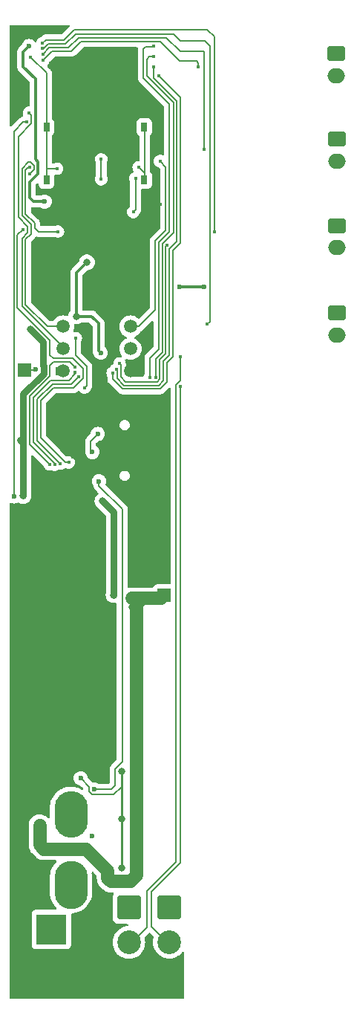
<source format=gbr>
%TF.GenerationSoftware,KiCad,Pcbnew,7.0.6*%
%TF.CreationDate,2023-07-31T04:45:07-07:00*%
%TF.ProjectId,LED_Wled,4c45445f-576c-4656-942e-6b696361645f,rev?*%
%TF.SameCoordinates,Original*%
%TF.FileFunction,Copper,L2,Bot*%
%TF.FilePolarity,Positive*%
%FSLAX46Y46*%
G04 Gerber Fmt 4.6, Leading zero omitted, Abs format (unit mm)*
G04 Created by KiCad (PCBNEW 7.0.6) date 2023-07-31 04:45:07*
%MOMM*%
%LPD*%
G01*
G04 APERTURE LIST*
G04 Aperture macros list*
%AMRoundRect*
0 Rectangle with rounded corners*
0 $1 Rounding radius*
0 $2 $3 $4 $5 $6 $7 $8 $9 X,Y pos of 4 corners*
0 Add a 4 corners polygon primitive as box body*
4,1,4,$2,$3,$4,$5,$6,$7,$8,$9,$2,$3,0*
0 Add four circle primitives for the rounded corners*
1,1,$1+$1,$2,$3*
1,1,$1+$1,$4,$5*
1,1,$1+$1,$6,$7*
1,1,$1+$1,$8,$9*
0 Add four rect primitives between the rounded corners*
20,1,$1+$1,$2,$3,$4,$5,0*
20,1,$1+$1,$4,$5,$6,$7,0*
20,1,$1+$1,$6,$7,$8,$9,0*
20,1,$1+$1,$8,$9,$2,$3,0*%
G04 Aperture macros list end*
%TA.AperFunction,ComponentPad*%
%ADD10RoundRect,0.250001X-1.099999X1.099999X-1.099999X-1.099999X1.099999X-1.099999X1.099999X1.099999X0*%
%TD*%
%TA.AperFunction,ComponentPad*%
%ADD11C,2.700000*%
%TD*%
%TA.AperFunction,ComponentPad*%
%ADD12O,2.000000X1.700000*%
%TD*%
%TA.AperFunction,ComponentPad*%
%ADD13RoundRect,0.250000X-0.750000X0.600000X-0.750000X-0.600000X0.750000X-0.600000X0.750000X0.600000X0*%
%TD*%
%TA.AperFunction,ComponentPad*%
%ADD14R,3.500000X3.500000*%
%TD*%
%TA.AperFunction,ComponentPad*%
%ADD15RoundRect,0.750000X1.000000X-0.750000X1.000000X0.750000X-1.000000X0.750000X-1.000000X-0.750000X0*%
%TD*%
%TA.AperFunction,ComponentPad*%
%ADD16RoundRect,0.875000X0.875000X-0.875000X0.875000X0.875000X-0.875000X0.875000X-0.875000X-0.875000X0*%
%TD*%
%TA.AperFunction,ComponentPad*%
%ADD17O,2.100000X1.000000*%
%TD*%
%TA.AperFunction,ComponentPad*%
%ADD18O,1.800000X1.000000*%
%TD*%
%TA.AperFunction,ComponentPad*%
%ADD19C,0.400000*%
%TD*%
%TA.AperFunction,ComponentPad*%
%ADD20O,3.800000X5.500000*%
%TD*%
%TA.AperFunction,ComponentPad*%
%ADD21O,3.800000X5.300000*%
%TD*%
%TA.AperFunction,SMDPad,CuDef*%
%ADD22R,1.500000X1.500000*%
%TD*%
%TA.AperFunction,ComponentPad*%
%ADD23C,1.500000*%
%TD*%
%TA.AperFunction,SMDPad,CuDef*%
%ADD24R,0.750000X1.000000*%
%TD*%
%TA.AperFunction,ViaPad*%
%ADD25C,0.600000*%
%TD*%
%TA.AperFunction,ViaPad*%
%ADD26C,0.400000*%
%TD*%
%TA.AperFunction,ViaPad*%
%ADD27C,0.800000*%
%TD*%
%TA.AperFunction,Conductor*%
%ADD28C,0.200000*%
%TD*%
%TA.AperFunction,Conductor*%
%ADD29C,0.350000*%
%TD*%
%TA.AperFunction,Conductor*%
%ADD30C,1.500000*%
%TD*%
%TA.AperFunction,Conductor*%
%ADD31C,0.800000*%
%TD*%
%TA.AperFunction,Conductor*%
%ADD32C,0.250000*%
%TD*%
G04 APERTURE END LIST*
D10*
%TO.P,J4,1,Pin_1*%
%TO.N,LED_VOUT*%
X203666000Y-144598500D03*
D11*
%TO.P,J4,2,Pin_2*%
%TO.N,LED_OUT_HS1*%
X203666000Y-148558500D03*
%TO.P,J4,3,Pin_3*%
%TO.N,GND*%
X203666000Y-152518500D03*
%TD*%
D10*
%TO.P,J1,1,Pin_1*%
%TO.N,LED_VOUT*%
X208280000Y-144579200D03*
D11*
%TO.P,J1,2,Pin_2*%
%TO.N,LED_OUT_HS2*%
X208280000Y-148539200D03*
%TO.P,J1,3,Pin_3*%
%TO.N,GND*%
X208280000Y-152499200D03*
%TD*%
D12*
%TO.P,J11,2,Pin_2*%
%TO.N,Input_2_GND*%
X227324600Y-49819400D03*
D13*
%TO.P,J11,1,Pin_1*%
%TO.N,Input_2*%
X227324600Y-47319400D03*
%TD*%
D14*
%TO.P,J2,1,Pin_1*%
%TO.N,VIN*%
X194825700Y-147060400D03*
D15*
%TO.P,J2,2,Pin_2*%
%TO.N,GND*%
X194825700Y-153060400D03*
D16*
%TO.P,J2,3,Pin_3*%
X199525700Y-150060400D03*
%TD*%
D17*
%TO.P,J8,S1,SHIELD*%
%TO.N,GND*%
X202665800Y-96826800D03*
D18*
X206865800Y-96826800D03*
D17*
X202665800Y-88186800D03*
D18*
X206865800Y-88186800D03*
%TD*%
D19*
%TO.P,U5,41_10*%
%TO.N,GND*%
X198499600Y-52153600D03*
%TO.P,U5,41_11*%
X197099600Y-52153600D03*
%TO.P,U5,41_12*%
X199899600Y-52153600D03*
%TO.P,U5,41_13*%
X197099600Y-53553600D03*
%TO.P,U5,41_14*%
X198499600Y-53553600D03*
%TO.P,U5,41_15*%
X199899600Y-53553600D03*
%TO.P,U5,41_16*%
X197799600Y-51453600D03*
%TO.P,U5,41_17*%
X199199600Y-51453600D03*
%TO.P,U5,41_18*%
X197799600Y-52853600D03*
%TO.P,U5,41_19*%
X199199600Y-52853600D03*
%TO.P,U5,41_20*%
X197799600Y-54253600D03*
%TO.P,U5,41_21*%
X199199600Y-54253600D03*
%TD*%
D12*
%TO.P,J15,2,Pin_2*%
%TO.N,Input_1_GND*%
X227365400Y-59547200D03*
D13*
%TO.P,J15,1,Pin_1*%
%TO.N,Input_1*%
X227365400Y-57047200D03*
%TD*%
%TO.P,J12,1,Pin_1*%
%TO.N,Input_3*%
X227365400Y-76839200D03*
D12*
%TO.P,J12,2,Pin_2*%
%TO.N,Input_3_GND*%
X227365400Y-79339200D03*
%TD*%
D13*
%TO.P,J13,1,Pin_1*%
%TO.N,Input_4*%
X227365400Y-66913200D03*
D12*
%TO.P,J13,2,Pin_2*%
%TO.N,Input_4_GND*%
X227365400Y-69413200D03*
%TD*%
D20*
%TO.P,F1,1*%
%TO.N,VIN*%
X197053200Y-141986000D03*
D21*
%TO.P,F1,2*%
%TO.N,Net-(JP1-C)*%
X197053200Y-133986000D03*
%TD*%
D22*
%TO.P,J6,1,Pin_1*%
%TO.N,+5V*%
X207700000Y-109000000D03*
%TD*%
D23*
%TO.P,U4,1,GND*%
%TO.N,GND*%
X203849600Y-83464400D03*
%TO.P,U4,2,VDD*%
%TO.N,+3.3V*%
X203849600Y-80924400D03*
%TO.P,U4,3,SD*%
%TO.N,SD*%
X203849600Y-78384400D03*
%TO.P,U4,4,SCK*%
%TO.N,SCK*%
X196149600Y-78384400D03*
%TO.P,U4,5,WS*%
%TO.N,WS*%
X196149600Y-80924400D03*
%TO.P,U4,6,L/R*%
%TO.N,GND*%
X196149600Y-83464400D03*
%TD*%
D22*
%TO.P,J3,1,Pin_1*%
%TO.N,+3.3V*%
X191770000Y-83312000D03*
%TD*%
D24*
%TO.P,SW2,1,1*%
%TO.N,GND*%
X198018400Y-61676800D03*
X198018400Y-55676800D03*
%TO.P,SW2,2,2*%
%TO.N,CHIP_PU*%
X194268400Y-61676800D03*
X194268400Y-55676800D03*
%TD*%
%TO.P,SW1,1,1*%
%TO.N,GND*%
X201676000Y-55676800D03*
X201676000Y-61676800D03*
%TO.P,SW1,2,2*%
%TO.N,GPIO0*%
X205426000Y-55676800D03*
X205426000Y-61676800D03*
%TD*%
D25*
%TO.N,GND*%
X200406000Y-73609200D03*
X199694800Y-74066400D03*
X193497200Y-44907200D03*
X194818000Y-44704000D03*
X192430400Y-45110400D03*
%TO.N,+3V3*%
X194056000Y-64143102D03*
X192278000Y-46431200D03*
%TO.N,+3.3V*%
X212242400Y-73863200D03*
X209448400Y-73863200D03*
D26*
%TO.N,P_Input_4*%
X213410800Y-67614800D03*
%TO.N,P_Input_3*%
X212598000Y-78130400D03*
%TO.N,P_Input_1*%
X212242400Y-58166000D03*
%TO.N,P_Input_2*%
X211582000Y-48768000D03*
%TO.N,SD*%
X200507600Y-61620400D03*
%TO.N,P_Input_2*%
X193903600Y-48056800D03*
%TO.N,P_Input_1*%
X193852800Y-47345600D03*
%TO.N,P_Input_3*%
X193819707Y-46672293D03*
%TO.N,P_Input_4*%
X193829731Y-46072874D03*
%TO.N,LED_VOUT_LSWS*%
X192024000Y-55067200D03*
%TO.N,WS*%
X192278000Y-54023600D03*
%TO.N,CHIP_PU*%
X192430400Y-47673600D03*
%TO.N,LED_OUT_LS1*%
X206502000Y-46431200D03*
%TO.N,LED_OUT_LS2*%
X206502000Y-47650400D03*
%TO.N,U0RXD*%
X207060800Y-49834800D03*
%TO.N,U0TXD*%
X206451200Y-48818800D03*
%TO.N,LED_OUT_HS1*%
X209550000Y-81788000D03*
D27*
%TO.N,+5V*%
X192430400Y-78689200D03*
X191618230Y-97690344D03*
D25*
X193497200Y-135991600D03*
D27*
X203708000Y-109321600D03*
X200660000Y-98247200D03*
X204774800Y-109778800D03*
X198882000Y-71069200D03*
D25*
X193497200Y-136702800D03*
D27*
X201930000Y-108966000D03*
D25*
X200456800Y-81381600D03*
X193497200Y-137464800D03*
D27*
X204063600Y-110388400D03*
D25*
X191250800Y-91289500D03*
D27*
X197662800Y-77216000D03*
D25*
X193497200Y-135229600D03*
D27*
%TO.N,Net-(D5-A)*%
X202811000Y-140050200D03*
X202811000Y-134450200D03*
D25*
X198167900Y-129844800D03*
D27*
X202811000Y-129050200D03*
D26*
%TO.N,LED_OUT_LS1*%
X206044800Y-84175600D03*
%TO.N,LED_OUT_HS2*%
X209550000Y-85242400D03*
%TO.N,LED_OUT_LS2*%
X206705200Y-84196900D03*
D25*
%TO.N,LED_VOUT_HSWS*%
X200253600Y-96012000D03*
X199745600Y-131114800D03*
%TO.N,LED_VOUT_LSWS*%
X190550800Y-97739200D03*
D26*
%TO.N,SD*%
X207213200Y-59537600D03*
X200507600Y-59334400D03*
%TO.N,SCK*%
X192371100Y-60960000D03*
%TO.N,GND*%
X197256400Y-93218000D03*
D25*
X192481200Y-121513600D03*
D26*
X195935600Y-89662000D03*
D25*
X201015600Y-123799600D03*
D26*
X195122800Y-76809600D03*
X195376800Y-72542400D03*
X194716400Y-77266800D03*
D25*
X190652400Y-125018800D03*
X190652400Y-120853200D03*
D26*
X204622400Y-76657200D03*
X200660000Y-64973200D03*
X201117200Y-79603600D03*
D25*
X190652400Y-124155200D03*
D26*
X201422000Y-65684400D03*
D25*
X200050400Y-123444000D03*
D26*
X195072000Y-66090800D03*
X194310000Y-73050400D03*
X193700400Y-72034400D03*
D25*
X190652400Y-125831600D03*
D26*
X196189600Y-71780400D03*
X197256400Y-87020400D03*
X197612000Y-78841600D03*
X196494400Y-67056000D03*
X197205600Y-88290400D03*
X206552800Y-64363600D03*
X194818000Y-71272400D03*
X199847200Y-65684400D03*
X194259200Y-76809600D03*
D25*
X196037200Y-126642500D03*
X195122800Y-129336800D03*
D26*
X195478400Y-90881200D03*
X197002400Y-66192400D03*
X193090800Y-72847200D03*
X194259200Y-66243200D03*
D25*
X190652400Y-121615200D03*
D26*
X195935600Y-76809600D03*
X204266800Y-75895200D03*
X207264000Y-64465200D03*
X197764400Y-93522800D03*
D25*
X200558400Y-121158000D03*
D26*
X196240400Y-92100400D03*
X198424800Y-89357200D03*
X197307200Y-67056000D03*
D25*
X190652400Y-122428000D03*
D26*
X202234800Y-79502000D03*
X201930000Y-76962000D03*
D25*
X195122800Y-131114800D03*
X199491600Y-136448800D03*
X190652400Y-123291600D03*
D26*
X193040000Y-71475600D03*
X198882000Y-78130400D03*
X198475600Y-78790800D03*
X199085200Y-78740000D03*
%TO.N,CHIP_PU*%
X195478400Y-60401200D03*
X204165200Y-65328800D03*
X204419200Y-61468000D03*
%TO.N,+3V3*%
X197612000Y-79707000D03*
X198628000Y-85344000D03*
D25*
%TO.N,+3.3V*%
X193019502Y-83230144D03*
%TO.N,USB_DN*%
X199494812Y-92677695D03*
X200101200Y-90627200D03*
D26*
%TO.N,DTR*%
X191617600Y-67310000D03*
X196799200Y-93878400D03*
%TO.N,RTS*%
X207975200Y-69138800D03*
X197510400Y-82966497D03*
X202600680Y-82592300D03*
X194637800Y-94109400D03*
%TO.N,U0RXD*%
X195824325Y-94021913D03*
X197934844Y-84082500D03*
X201810881Y-83686201D03*
%TO.N,U0TXD*%
X197510400Y-83566000D03*
X195236630Y-94137799D03*
X202224485Y-83252224D03*
%TO.N,GPIO0*%
X195580000Y-67564000D03*
X192328800Y-60248800D03*
X204774800Y-60248800D03*
%TD*%
D28*
%TO.N,P_Input_4*%
X213410800Y-45364400D02*
X213410800Y-67614800D01*
X212598000Y-44551600D02*
X213410800Y-45364400D01*
X196240400Y-45720000D02*
X197408800Y-44551600D01*
X197408800Y-44551600D02*
X212598000Y-44551600D01*
X194182605Y-45720000D02*
X196240400Y-45720000D01*
X193829731Y-46072874D02*
X194182605Y-45720000D01*
%TO.N,P_Input_3*%
X212902800Y-77825600D02*
X212598000Y-78130400D01*
X212902800Y-46431200D02*
X212902800Y-77825600D01*
X212293200Y-45821600D02*
X212902800Y-46431200D01*
X209550000Y-45821600D02*
X212293200Y-45821600D01*
X197561200Y-45059600D02*
X208788000Y-45059600D01*
X196443600Y-46177200D02*
X197561200Y-45059600D01*
X208788000Y-45059600D02*
X209550000Y-45821600D01*
X194455515Y-46177200D02*
X196443600Y-46177200D01*
X193960422Y-46672293D02*
X194455515Y-46177200D01*
X193819707Y-46672293D02*
X193960422Y-46672293D01*
%TO.N,P_Input_1*%
X212191600Y-47040800D02*
X212242400Y-47091600D01*
X209550000Y-47040800D02*
X212191600Y-47040800D01*
X197923200Y-45459600D02*
X207968800Y-45459600D01*
X196748400Y-46634400D02*
X197923200Y-45459600D01*
X212242400Y-47091600D02*
X212242400Y-58166000D01*
X194564000Y-46634400D02*
X196748400Y-46634400D01*
X193852800Y-47345600D02*
X194564000Y-46634400D01*
X207968800Y-45459600D02*
X209550000Y-47040800D01*
%TO.N,P_Input_2*%
X211582000Y-48361600D02*
X211582000Y-48768000D01*
X211378800Y-48158400D02*
X211582000Y-48361600D01*
X209491200Y-48158400D02*
X211378800Y-48158400D01*
X198213600Y-45931200D02*
X207264000Y-45931200D01*
X197104000Y-47040800D02*
X198213600Y-45931200D01*
X194919600Y-47040800D02*
X197104000Y-47040800D01*
X193903600Y-48056800D02*
X194919600Y-47040800D01*
X207264000Y-45931200D02*
X209491200Y-48158400D01*
D29*
%TO.N,+3V3*%
X192768702Y-64143102D02*
X194056000Y-64143102D01*
X192346600Y-63721000D02*
X192768702Y-64143102D01*
X192346600Y-61958200D02*
X192346600Y-63721000D01*
X193303800Y-61001000D02*
X192346600Y-61958200D01*
X192999000Y-50200200D02*
X192999000Y-59344200D01*
X193303800Y-59649000D02*
X193303800Y-61001000D01*
X191617600Y-48818800D02*
X192999000Y-50200200D01*
X192999000Y-59344200D02*
X193303800Y-59649000D01*
X192278000Y-46431200D02*
X191617600Y-47091600D01*
X191617600Y-47091600D02*
X191617600Y-48818800D01*
D28*
%TO.N,CHIP_PU*%
X194370000Y-60401200D02*
X194268400Y-60502800D01*
X195478400Y-60401200D02*
X194370000Y-60401200D01*
%TO.N,WS*%
X196149600Y-80732000D02*
X196149600Y-80924400D01*
X191465200Y-76047600D02*
X196149600Y-80732000D01*
X191465200Y-68326000D02*
X191465200Y-76047600D01*
X192117600Y-67673600D02*
X191465200Y-68326000D01*
X192524000Y-54269600D02*
X192524000Y-55274307D01*
X192524000Y-55274307D02*
X191058800Y-56739507D01*
X191058800Y-56739507D02*
X191058800Y-65938400D01*
X192278000Y-54023600D02*
X192524000Y-54269600D01*
X191058800Y-65938400D02*
X192117600Y-66997200D01*
X192117600Y-66997200D02*
X192117600Y-67673600D01*
%TO.N,LED_VOUT_LSWS*%
X191617600Y-55067200D02*
X190550800Y-56134000D01*
X192024000Y-55067200D02*
X191617600Y-55067200D01*
X190550800Y-56134000D02*
X190550800Y-97739200D01*
D29*
%TO.N,+3.3V*%
X209448400Y-73863200D02*
X212242400Y-73863200D01*
X209397600Y-73863200D02*
X209448400Y-73863200D01*
D28*
%TO.N,U0RXD*%
X209537200Y-52311200D02*
X207060800Y-49834800D01*
X209537200Y-68849592D02*
X209537200Y-52311200D01*
X208005200Y-82489858D02*
X208680000Y-81815057D01*
X208680000Y-81815057D02*
X208680000Y-69706793D01*
X208680000Y-69706793D02*
X209537200Y-68849592D01*
X207244179Y-85496400D02*
X208005200Y-84735378D01*
X208005200Y-84735378D02*
X208005200Y-82489858D01*
X202946001Y-85496400D02*
X207244179Y-85496400D01*
X201810881Y-83686201D02*
X201810881Y-84361281D01*
X201810881Y-84361281D02*
X202946001Y-85496400D01*
%TO.N,U0TXD*%
X206451200Y-50031114D02*
X206451200Y-48818800D01*
X209137200Y-52717114D02*
X206451200Y-50031114D01*
X209137200Y-68683907D02*
X209137200Y-52717114D01*
X208280000Y-69541107D02*
X209137200Y-68683907D01*
X207605200Y-82324172D02*
X208280000Y-81649372D01*
X207605200Y-84569693D02*
X207605200Y-82324172D01*
X208280000Y-81649372D02*
X208280000Y-69541107D01*
X202310881Y-84295595D02*
X203111686Y-85096400D01*
X203111686Y-85096400D02*
X207078493Y-85096400D01*
X202310881Y-83338620D02*
X202310881Y-84295595D01*
X202224485Y-83252224D02*
X202310881Y-83338620D01*
X207078493Y-85096400D02*
X207605200Y-84569693D01*
%TO.N,RTS*%
X202724485Y-82716105D02*
X202600680Y-82592300D01*
X202724485Y-84106485D02*
X202724485Y-82716105D01*
X206912807Y-84696400D02*
X203314400Y-84696400D01*
X203314400Y-84696400D02*
X202724485Y-84106485D01*
X207205200Y-84404007D02*
X206912807Y-84696400D01*
X207875200Y-81488485D02*
X207205200Y-82158486D01*
X207875200Y-69238800D02*
X207875200Y-81488485D01*
X207205200Y-82158486D02*
X207205200Y-84404007D01*
X207975200Y-69138800D02*
X207875200Y-69238800D01*
%TO.N,LED_OUT_LS2*%
X205994000Y-47650400D02*
X206502000Y-47650400D01*
X205689200Y-47955200D02*
X205994000Y-47650400D01*
X205689200Y-49834800D02*
X205689200Y-47955200D01*
X207475200Y-68931693D02*
X208341293Y-68065600D01*
X208737200Y-52882800D02*
X205689200Y-49834800D01*
X207475200Y-81322800D02*
X207475200Y-68931693D01*
X208344086Y-68065600D02*
X208737200Y-67672486D01*
X208737200Y-67672486D02*
X208737200Y-52882800D01*
X206705200Y-84196900D02*
X206705200Y-82092800D01*
X206705200Y-82092800D02*
X207475200Y-81322800D01*
X208341293Y-68065600D02*
X208344086Y-68065600D01*
%TO.N,LED_OUT_LS1*%
X206451200Y-46482000D02*
X206502000Y-46431200D01*
X205536800Y-46482000D02*
X206451200Y-46482000D01*
X205289200Y-46729600D02*
X205536800Y-46482000D01*
X205289200Y-50044400D02*
X205289200Y-46729600D01*
X208273600Y-53028800D02*
X205289200Y-50044400D01*
X208273600Y-67570400D02*
X208273600Y-53028800D01*
X207075200Y-68766007D02*
X208175607Y-67665600D01*
X208175607Y-67665600D02*
X208178400Y-67665600D01*
X207075200Y-80960800D02*
X207075200Y-68766007D01*
X206044800Y-81991200D02*
X207075200Y-80960800D01*
X208178400Y-67665600D02*
X208273600Y-67570400D01*
X206044800Y-84175600D02*
X206044800Y-81991200D01*
%TO.N,SD*%
X206654400Y-68621121D02*
X207873600Y-67401921D01*
X207873600Y-67401921D02*
X207873600Y-60198000D01*
X206654400Y-76504800D02*
X206654400Y-68621121D01*
X204774800Y-78384400D02*
X206654400Y-76504800D01*
X207873600Y-60198000D02*
X207213200Y-59537600D01*
X203849600Y-78384400D02*
X204774800Y-78384400D01*
X200507600Y-59334400D02*
X200507600Y-61620400D01*
%TO.N,CHIP_PU*%
X192430400Y-47673600D02*
X194268400Y-49511600D01*
X194268400Y-49511600D02*
X194268400Y-55676800D01*
%TO.N,LED_OUT_HS1*%
X203993500Y-148558500D02*
X203666000Y-148558500D01*
X205740000Y-146812000D02*
X203993500Y-148558500D01*
X209042000Y-85043293D02*
X209042000Y-139388314D01*
X209550000Y-84535293D02*
X209042000Y-85043293D01*
X209550000Y-81788000D02*
X209550000Y-84535293D01*
X209042000Y-139388314D02*
X205740000Y-142690314D01*
X205740000Y-142690314D02*
X205740000Y-146812000D01*
%TO.N,LED_OUT_HS2*%
X206248000Y-146786600D02*
X208000600Y-148539200D01*
X208000600Y-148539200D02*
X208280000Y-148539200D01*
X206248000Y-142748000D02*
X206248000Y-146786600D01*
X209550000Y-139446000D02*
X206248000Y-142748000D01*
X209550000Y-85242400D02*
X209550000Y-139446000D01*
D30*
%TO.N,+5V*%
X204571600Y-109880400D02*
X204571600Y-109880400D01*
X204571600Y-109575600D02*
X204571600Y-109372400D01*
D29*
X199390000Y-77216000D02*
X199796400Y-77622400D01*
D30*
X207327600Y-109372400D02*
X207700000Y-109000000D01*
X193954400Y-137922000D02*
X198780400Y-137922000D01*
D29*
X200202800Y-78028800D02*
X200202800Y-80467200D01*
X197662800Y-77216000D02*
X197662800Y-72288400D01*
D31*
X191617600Y-86055200D02*
X193919502Y-83753298D01*
X193903600Y-82841449D02*
X193903600Y-80162400D01*
D30*
X193497200Y-135229600D02*
X193497200Y-137464800D01*
X204571600Y-109372400D02*
X207327600Y-109372400D01*
D31*
X193919502Y-83753298D02*
X193919502Y-82857351D01*
X193919502Y-82857351D02*
X193903600Y-82841449D01*
D30*
X204571600Y-109982000D02*
X204774800Y-109778800D01*
D31*
X191617600Y-97689714D02*
X191617600Y-91656300D01*
X191617600Y-91656300D02*
X191617600Y-86055200D01*
X201958400Y-99545600D02*
X201958400Y-108966000D01*
D30*
X201269600Y-140411200D02*
X201269600Y-141274800D01*
X201269600Y-141274800D02*
X201625200Y-141630400D01*
D31*
X191617600Y-91656300D02*
X191250800Y-91289500D01*
D29*
X197662800Y-77216000D02*
X199390000Y-77216000D01*
D31*
X191618230Y-97690344D02*
X191617600Y-97689714D01*
D29*
X199796400Y-77622400D02*
X200202800Y-78028800D01*
D30*
X204571600Y-109372400D02*
X204063600Y-109372400D01*
X204774800Y-109778800D02*
X204571600Y-109575600D01*
D31*
X193903600Y-80162400D02*
X192430400Y-78689200D01*
D29*
X197662800Y-72288400D02*
X198882000Y-71069200D01*
D31*
X200660000Y-98247200D02*
X201958400Y-99545600D01*
D30*
X198780400Y-137922000D02*
X201269600Y-140411200D01*
D29*
X200202800Y-80467200D02*
X200202800Y-81127600D01*
X200202800Y-81127600D02*
X200456800Y-81381600D01*
D30*
X204571600Y-140919200D02*
X204571600Y-109982000D01*
X193497200Y-137464800D02*
X193954400Y-137922000D01*
X203860400Y-141630400D02*
X204571600Y-140919200D01*
X201625200Y-141630400D02*
X203860400Y-141630400D01*
D32*
%TO.N,Net-(D5-A)*%
X202811000Y-130860800D02*
X202811000Y-129050200D01*
D28*
X198167900Y-129844800D02*
X199145600Y-130822500D01*
D32*
X202811000Y-134450200D02*
X202811000Y-140050200D01*
D28*
X199497071Y-131714800D02*
X201957000Y-131714800D01*
X199145600Y-131363329D02*
X199497071Y-131714800D01*
D32*
X202811000Y-132536600D02*
X202811000Y-130860800D01*
D28*
X199145600Y-130822500D02*
X199145600Y-131363329D01*
D32*
X202811000Y-129050200D02*
X202811000Y-134450200D01*
D28*
X201957000Y-131714800D02*
X202811000Y-130860800D01*
%TO.N,LED_VOUT_HSWS*%
X202082400Y-128778000D02*
X202082400Y-130657600D01*
X202895200Y-127965200D02*
X202082400Y-128778000D01*
X202082400Y-130657600D02*
X201625200Y-131114800D01*
X201625200Y-131114800D02*
X199745600Y-131114800D01*
X202895200Y-99161600D02*
X202895200Y-127965200D01*
X200253600Y-96012000D02*
X200253600Y-96520000D01*
X200253600Y-96520000D02*
X202895200Y-99161600D01*
%TO.N,SCK*%
X191471600Y-60387914D02*
X192220314Y-59639200D01*
X191875043Y-68481843D02*
X192517600Y-67839285D01*
X192220314Y-59639200D02*
X192278000Y-59639200D01*
X192828800Y-60041693D02*
X192828800Y-60502300D01*
X192517600Y-67839285D02*
X192517600Y-66787600D01*
X192278000Y-59639200D02*
X192426307Y-59639200D01*
X192517600Y-66787600D02*
X191471600Y-65741600D01*
X191875043Y-75891757D02*
X191875043Y-68481843D01*
X192828800Y-60502300D02*
X192371100Y-60960000D01*
X191471600Y-65741600D02*
X191471600Y-60387914D01*
X192426307Y-59639200D02*
X192828800Y-60041693D01*
X194367686Y-78384400D02*
X191875043Y-75891757D01*
X196149600Y-78384400D02*
X194367686Y-78384400D01*
%TO.N,CHIP_PU*%
X204419200Y-61468000D02*
X204419200Y-65074800D01*
X194268400Y-60502800D02*
X194268400Y-55976000D01*
X204419200Y-65074800D02*
X204165200Y-65328800D01*
X194268400Y-61976000D02*
X194268400Y-60502800D01*
%TO.N,+3V3*%
X197561200Y-81635600D02*
X197561200Y-79757800D01*
X197561200Y-79757800D02*
X197612000Y-79707000D01*
X198834844Y-85137156D02*
X198834844Y-82909244D01*
X198628000Y-85344000D02*
X198834844Y-85137156D01*
X198834844Y-82909244D02*
X197561200Y-81635600D01*
%TO.N,+3.3V*%
X193019502Y-83230144D02*
X192937646Y-83312000D01*
X192937646Y-83312000D02*
X191770000Y-83312000D01*
%TO.N,USB_DN*%
X199288400Y-91440000D02*
X199288400Y-92471283D01*
X200101200Y-90627200D02*
X199288400Y-91440000D01*
X199288400Y-92471283D02*
X199494812Y-92677695D01*
%TO.N,DTR*%
X197265410Y-82014400D02*
X195044400Y-82014400D01*
X194665600Y-79934450D02*
X190950800Y-76219650D01*
X190950800Y-67976800D02*
X191617600Y-67310000D01*
X193592400Y-86830486D02*
X195078886Y-85344000D01*
X193592400Y-91082881D02*
X193592400Y-86830486D01*
X197380451Y-85344000D02*
X198434844Y-84289607D01*
X196799200Y-93878400D02*
X196387919Y-93878400D01*
X196387919Y-93878400D02*
X193592400Y-91082881D01*
X195078886Y-85344000D02*
X197380451Y-85344000D01*
X198434844Y-84289607D02*
X198434844Y-83183834D01*
X194665600Y-81635600D02*
X194665600Y-79934450D01*
X190950800Y-76219650D02*
X190950800Y-67976800D01*
X195044400Y-82014400D02*
X194665600Y-81635600D01*
X198434844Y-83183834D02*
X197265410Y-82014400D01*
%TO.N,RTS*%
X192379600Y-86283150D02*
X192379600Y-91851200D01*
X196958303Y-82414400D02*
X195055200Y-82414400D01*
X197510400Y-82966497D02*
X196958303Y-82414400D01*
X192379600Y-91851200D02*
X194637800Y-94109400D01*
X195055200Y-82414400D02*
X194665600Y-82804000D01*
X194665600Y-83997150D02*
X192379600Y-86283150D01*
X194665600Y-82804000D02*
X194665600Y-83997150D01*
%TO.N,U0RXD*%
X197102944Y-84914400D02*
X197934844Y-84082500D01*
X193195138Y-91389200D02*
X193192400Y-91389200D01*
X194942800Y-84914400D02*
X196900800Y-84914400D01*
X193192400Y-91389200D02*
X193192400Y-86664800D01*
X195824325Y-94018387D02*
X193195138Y-91389200D01*
X193192400Y-86664800D02*
X194942800Y-84914400D01*
X195824325Y-94021913D02*
X195824325Y-94018387D01*
X196900800Y-84914400D02*
X197102944Y-84914400D01*
%TO.N,U0TXD*%
X192786000Y-91550493D02*
X192786000Y-86442436D01*
X195236630Y-94137799D02*
X195236630Y-94001123D01*
X197510400Y-83799837D02*
X197510400Y-83566000D01*
X196795837Y-84514400D02*
X197510400Y-83799837D01*
X192786000Y-86442436D02*
X194714036Y-84514400D01*
X194714036Y-84514400D02*
X196795837Y-84514400D01*
X195236630Y-94001123D02*
X192786000Y-91550493D01*
%TO.N,GPIO0*%
X195580000Y-67564000D02*
X193344800Y-67564000D01*
X192917600Y-66621915D02*
X191871600Y-65575914D01*
X191871600Y-65575914D02*
X191871600Y-60553600D01*
X205476800Y-60950800D02*
X204774800Y-60248800D01*
X192176400Y-60248800D02*
X192328800Y-60248800D01*
X192917600Y-67136800D02*
X192917600Y-66621915D01*
X191871600Y-60553600D02*
X192176400Y-60248800D01*
X205476800Y-61976000D02*
X205476800Y-60950800D01*
X193344800Y-67564000D02*
X192917600Y-67136800D01*
X205476800Y-61976000D02*
X205476800Y-55976000D01*
%TD*%
%TA.AperFunction,Conductor*%
%TO.N,GND*%
G36*
X204624896Y-46559702D02*
G01*
X204671389Y-46613358D01*
X204681697Y-46682138D01*
X204680700Y-46689715D01*
X204680700Y-46689719D01*
X204675450Y-46729599D01*
X204675450Y-46729600D01*
X204680160Y-46765379D01*
X204680700Y-46773611D01*
X204680700Y-50000388D01*
X204680160Y-50008619D01*
X204675450Y-50044398D01*
X204675450Y-50044402D01*
X204680455Y-50082420D01*
X204680457Y-50082441D01*
X204693808Y-50183855D01*
X204696362Y-50203251D01*
X204757675Y-50351274D01*
X204757677Y-50351277D01*
X204830722Y-50446471D01*
X204830725Y-50446474D01*
X204855214Y-50478388D01*
X204883851Y-50500362D01*
X204890044Y-50505793D01*
X206261463Y-51877212D01*
X207628194Y-53243943D01*
X207662220Y-53306255D01*
X207665099Y-53333038D01*
X207665099Y-58766192D01*
X207645097Y-58834313D01*
X207591441Y-58880806D01*
X207521167Y-58890910D01*
X207480545Y-58877760D01*
X207466285Y-58870276D01*
X207466279Y-58870273D01*
X207299231Y-58829100D01*
X207299228Y-58829100D01*
X207127172Y-58829100D01*
X207127168Y-58829100D01*
X206960120Y-58870273D01*
X206960112Y-58870277D01*
X206807773Y-58950230D01*
X206807768Y-58950234D01*
X206678985Y-59064327D01*
X206581245Y-59205926D01*
X206520234Y-59366800D01*
X206499496Y-59537596D01*
X206499496Y-59537603D01*
X206520234Y-59708399D01*
X206560219Y-59813830D01*
X206581246Y-59869275D01*
X206678985Y-60010873D01*
X206807770Y-60124967D01*
X206960117Y-60204925D01*
X207005450Y-60216098D01*
X207064392Y-60249341D01*
X207228195Y-60413143D01*
X207262220Y-60475455D01*
X207265100Y-60502239D01*
X207265100Y-67097681D01*
X207245098Y-67165802D01*
X207228199Y-67186771D01*
X206680172Y-67734799D01*
X206255252Y-68159719D01*
X206249051Y-68165157D01*
X206220411Y-68187135D01*
X206194860Y-68220432D01*
X206194840Y-68220460D01*
X206122874Y-68314247D01*
X206062865Y-68459126D01*
X206061562Y-68462269D01*
X206061560Y-68462276D01*
X206054958Y-68512430D01*
X206045900Y-68581236D01*
X206045900Y-68581241D01*
X206045900Y-68581242D01*
X206040650Y-68621120D01*
X206040650Y-68621121D01*
X206045360Y-68656900D01*
X206045900Y-68665132D01*
X206045900Y-76200560D01*
X206025898Y-76268681D01*
X206008995Y-76289655D01*
X204860914Y-77437736D01*
X204798602Y-77471762D01*
X204727787Y-77466697D01*
X204682724Y-77437736D01*
X204661642Y-77416654D01*
X204661638Y-77416651D01*
X204661634Y-77416648D01*
X204481254Y-77290344D01*
X204481250Y-77290342D01*
X204281679Y-77197281D01*
X204281673Y-77197279D01*
X204191778Y-77173191D01*
X204068971Y-77140285D01*
X203849600Y-77121093D01*
X203630229Y-77140285D01*
X203417526Y-77197279D01*
X203417520Y-77197281D01*
X203217946Y-77290344D01*
X203037565Y-77416648D01*
X203037559Y-77416653D01*
X202881853Y-77572359D01*
X202881848Y-77572365D01*
X202755544Y-77752746D01*
X202662481Y-77952320D01*
X202662479Y-77952326D01*
X202608909Y-78152251D01*
X202605485Y-78165029D01*
X202586293Y-78384400D01*
X202605485Y-78603771D01*
X202624625Y-78675201D01*
X202662479Y-78816473D01*
X202662481Y-78816479D01*
X202753579Y-79011840D01*
X202755544Y-79016054D01*
X202830321Y-79122846D01*
X202881851Y-79196438D01*
X202881854Y-79196442D01*
X203037557Y-79352145D01*
X203037561Y-79352148D01*
X203037562Y-79352149D01*
X203217946Y-79478456D01*
X203290693Y-79512378D01*
X203350368Y-79540205D01*
X203403653Y-79587122D01*
X203423114Y-79655399D01*
X203402572Y-79723359D01*
X203350368Y-79768595D01*
X203217946Y-79830344D01*
X203037565Y-79956648D01*
X203037559Y-79956653D01*
X202881853Y-80112359D01*
X202881848Y-80112365D01*
X202755544Y-80292746D01*
X202662481Y-80492320D01*
X202662479Y-80492326D01*
X202636065Y-80590903D01*
X202605485Y-80705029D01*
X202586293Y-80924400D01*
X202605485Y-81143771D01*
X202638391Y-81266578D01*
X202662479Y-81356473D01*
X202662481Y-81356479D01*
X202755543Y-81556052D01*
X202755544Y-81556054D01*
X202854752Y-81697738D01*
X202877440Y-81765012D01*
X202860155Y-81833872D01*
X202808385Y-81882456D01*
X202738567Y-81895338D01*
X202721386Y-81892347D01*
X202686711Y-81883800D01*
X202686708Y-81883800D01*
X202514652Y-81883800D01*
X202514648Y-81883800D01*
X202347600Y-81924973D01*
X202347592Y-81924977D01*
X202195253Y-82004930D01*
X202195248Y-82004934D01*
X202066465Y-82119027D01*
X201968725Y-82260626D01*
X201907714Y-82421500D01*
X201890159Y-82566074D01*
X201862092Y-82631287D01*
X201823642Y-82662449D01*
X201819058Y-82664855D01*
X201819053Y-82664858D01*
X201711522Y-82760123D01*
X201690270Y-82778951D01*
X201592531Y-82920549D01*
X201592531Y-82920550D01*
X201592530Y-82920551D01*
X201571550Y-82975871D01*
X201528691Y-83032472D01*
X201512295Y-83042757D01*
X201405449Y-83098835D01*
X201276666Y-83212928D01*
X201178926Y-83354527D01*
X201117915Y-83515401D01*
X201097177Y-83686197D01*
X201097177Y-83686204D01*
X201117915Y-83857000D01*
X201178927Y-84017878D01*
X201180079Y-84019546D01*
X201180545Y-84020961D01*
X201182470Y-84024628D01*
X201181860Y-84024948D01*
X201202312Y-84086972D01*
X201202380Y-84091117D01*
X201202381Y-84317268D01*
X201201842Y-84325490D01*
X201197130Y-84361281D01*
X201197131Y-84361281D01*
X201197131Y-84361282D01*
X201201896Y-84397478D01*
X201201897Y-84397486D01*
X201209590Y-84455923D01*
X201218042Y-84520130D01*
X201279356Y-84668155D01*
X201279358Y-84668158D01*
X201352403Y-84763352D01*
X201352406Y-84763355D01*
X201376895Y-84795269D01*
X201405532Y-84817243D01*
X201411725Y-84822674D01*
X202484603Y-85895551D01*
X202490038Y-85901748D01*
X202512015Y-85930388D01*
X202520420Y-85936837D01*
X202543926Y-85954874D01*
X202543929Y-85954877D01*
X202639125Y-86027924D01*
X202694955Y-86051049D01*
X202787151Y-86089238D01*
X202906116Y-86104900D01*
X202906123Y-86104900D01*
X202946001Y-86110150D01*
X202946001Y-86110149D01*
X202946002Y-86110150D01*
X202981782Y-86105440D01*
X202990013Y-86104900D01*
X207200167Y-86104900D01*
X207208398Y-86105440D01*
X207220728Y-86107062D01*
X207244179Y-86110150D01*
X207284059Y-86104900D01*
X207284064Y-86104900D01*
X207383635Y-86091791D01*
X207403030Y-86089238D01*
X207495225Y-86051049D01*
X207495225Y-86051048D01*
X207551050Y-86027926D01*
X207551050Y-86027925D01*
X207551054Y-86027924D01*
X207601253Y-85989405D01*
X207618365Y-85976275D01*
X207654474Y-85948568D01*
X207654480Y-85948561D01*
X207666431Y-85939391D01*
X207678166Y-85930387D01*
X207700140Y-85901748D01*
X207705567Y-85895559D01*
X208027052Y-85574075D01*
X208218405Y-85382722D01*
X208280717Y-85348696D01*
X208351532Y-85353761D01*
X208408368Y-85396308D01*
X208433179Y-85462828D01*
X208433500Y-85471817D01*
X208433500Y-107615500D01*
X208413498Y-107683621D01*
X208359842Y-107730114D01*
X208307500Y-107741500D01*
X207774221Y-107741500D01*
X207767163Y-107741104D01*
X207728352Y-107736731D01*
X207659731Y-107741357D01*
X207655493Y-107741500D01*
X206901350Y-107741500D01*
X206840803Y-107748009D01*
X206840795Y-107748011D01*
X206703797Y-107799110D01*
X206703792Y-107799112D01*
X206586738Y-107886738D01*
X206499112Y-108003792D01*
X206499111Y-108003795D01*
X206488616Y-108031934D01*
X206446069Y-108088769D01*
X206379549Y-108113579D01*
X206370561Y-108113900D01*
X204601263Y-108113900D01*
X204598462Y-108113837D01*
X204525849Y-108110576D01*
X204514911Y-108110085D01*
X204514908Y-108110085D01*
X204490956Y-108113329D01*
X204482491Y-108113900D01*
X204007078Y-108113900D01*
X203975592Y-108116733D01*
X203837976Y-108129118D01*
X203837972Y-108129119D01*
X203663220Y-108177348D01*
X203592233Y-108176190D01*
X203533142Y-108136836D01*
X203504706Y-108071783D01*
X203503700Y-108055889D01*
X203503700Y-99205618D01*
X203504240Y-99197386D01*
X203508951Y-99161600D01*
X203488038Y-99002749D01*
X203426724Y-98854724D01*
X203356628Y-98763373D01*
X203352101Y-98757473D01*
X203352071Y-98757436D01*
X203329186Y-98727612D01*
X203300546Y-98705635D01*
X203294353Y-98700204D01*
X201035502Y-96441353D01*
X201001476Y-96379041D01*
X201005667Y-96310644D01*
X201046817Y-96193047D01*
X201067216Y-96012000D01*
X201046817Y-95830953D01*
X200986643Y-95658985D01*
X200986641Y-95658982D01*
X200986641Y-95658981D01*
X200889712Y-95504720D01*
X200889711Y-95504718D01*
X200781793Y-95396800D01*
X202605333Y-95396800D01*
X202625112Y-95547034D01*
X202683101Y-95687031D01*
X202683106Y-95687039D01*
X202775348Y-95807251D01*
X202895560Y-95899493D01*
X202895567Y-95899498D01*
X203035564Y-95957487D01*
X203148080Y-95972300D01*
X203148087Y-95972300D01*
X203223513Y-95972300D01*
X203223520Y-95972300D01*
X203336036Y-95957487D01*
X203476033Y-95899498D01*
X203596251Y-95807251D01*
X203688498Y-95687033D01*
X203746487Y-95547036D01*
X203766266Y-95396800D01*
X203746487Y-95246564D01*
X203688498Y-95106567D01*
X203688493Y-95106560D01*
X203596251Y-94986348D01*
X203476039Y-94894106D01*
X203476031Y-94894101D01*
X203336034Y-94836112D01*
X203223522Y-94821300D01*
X203223520Y-94821300D01*
X203148080Y-94821300D01*
X203148077Y-94821300D01*
X203035565Y-94836112D01*
X202895568Y-94894101D01*
X202895560Y-94894106D01*
X202775348Y-94986348D01*
X202683106Y-95106560D01*
X202683101Y-95106568D01*
X202625112Y-95246565D01*
X202605333Y-95396799D01*
X202605333Y-95396800D01*
X200781793Y-95396800D01*
X200760881Y-95375888D01*
X200760879Y-95375887D01*
X200606618Y-95278958D01*
X200606615Y-95278957D01*
X200434650Y-95218784D01*
X200434649Y-95218783D01*
X200434647Y-95218783D01*
X200253600Y-95198384D01*
X200072553Y-95218783D01*
X200072550Y-95218783D01*
X200072549Y-95218784D01*
X199900584Y-95278957D01*
X199900581Y-95278958D01*
X199746320Y-95375887D01*
X199746318Y-95375888D01*
X199617488Y-95504718D01*
X199617487Y-95504720D01*
X199520558Y-95658981D01*
X199520557Y-95658984D01*
X199468677Y-95807251D01*
X199460383Y-95830953D01*
X199439984Y-96012000D01*
X199460383Y-96193047D01*
X199460383Y-96193049D01*
X199460384Y-96193050D01*
X199520557Y-96365015D01*
X199520558Y-96365018D01*
X199617487Y-96519279D01*
X199621897Y-96524809D01*
X199619473Y-96526742D01*
X199646912Y-96576991D01*
X199648713Y-96587328D01*
X199656715Y-96648111D01*
X199660761Y-96678849D01*
X199722075Y-96826874D01*
X199722077Y-96826877D01*
X199795122Y-96922071D01*
X199795125Y-96922074D01*
X199819614Y-96953988D01*
X199848251Y-96975962D01*
X199854444Y-96981393D01*
X200077358Y-97204307D01*
X200171842Y-97298791D01*
X200205868Y-97361103D01*
X200200803Y-97431918D01*
X200158256Y-97488754D01*
X200156808Y-97489822D01*
X200146577Y-97497256D01*
X200143864Y-97499120D01*
X200085113Y-97537274D01*
X200085111Y-97537275D01*
X200085109Y-97537277D01*
X200085108Y-97537278D01*
X200075154Y-97547231D01*
X200060134Y-97560059D01*
X200048747Y-97568333D01*
X200001890Y-97620373D01*
X199999620Y-97622765D01*
X199950073Y-97672313D01*
X199942404Y-97684122D01*
X199930374Y-97699799D01*
X199920963Y-97710251D01*
X199920960Y-97710254D01*
X199885939Y-97770912D01*
X199884216Y-97773724D01*
X199846063Y-97832473D01*
X199841017Y-97845619D01*
X199832510Y-97863453D01*
X199825473Y-97875642D01*
X199825470Y-97875648D01*
X199803824Y-97942267D01*
X199802724Y-97945374D01*
X199777623Y-98010766D01*
X199775421Y-98024667D01*
X199770808Y-98043880D01*
X199766458Y-98057270D01*
X199759134Y-98126941D01*
X199758704Y-98130210D01*
X199747747Y-98199389D01*
X199748484Y-98213438D01*
X199747967Y-98233201D01*
X199746496Y-98247199D01*
X199746496Y-98247202D01*
X199753817Y-98316876D01*
X199754076Y-98320162D01*
X199757742Y-98390101D01*
X199761384Y-98403695D01*
X199764985Y-98423122D01*
X199766458Y-98437127D01*
X199766459Y-98437133D01*
X199767485Y-98440290D01*
X199788112Y-98503775D01*
X199789041Y-98506912D01*
X199807170Y-98574569D01*
X199813558Y-98587105D01*
X199821123Y-98605369D01*
X199825472Y-98618754D01*
X199860496Y-98679417D01*
X199862062Y-98682302D01*
X199893871Y-98744730D01*
X199902732Y-98755674D01*
X199913920Y-98771951D01*
X199920960Y-98784144D01*
X199953821Y-98820640D01*
X199967832Y-98836202D01*
X199969971Y-98838707D01*
X199983928Y-98855941D01*
X199999626Y-98871639D01*
X200001863Y-98873996D01*
X200023051Y-98897528D01*
X200048745Y-98926065D01*
X200060128Y-98934335D01*
X200075164Y-98947177D01*
X201012994Y-99885007D01*
X201047020Y-99947319D01*
X201049899Y-99974102D01*
X201049899Y-108714745D01*
X201043733Y-108753678D01*
X201036457Y-108776070D01*
X201016496Y-108966000D01*
X201036457Y-109155927D01*
X201066526Y-109248470D01*
X201095473Y-109337556D01*
X201095476Y-109337561D01*
X201190958Y-109502941D01*
X201190965Y-109502951D01*
X201318744Y-109644864D01*
X201318747Y-109644866D01*
X201473248Y-109757118D01*
X201647712Y-109834794D01*
X201834513Y-109874500D01*
X202053891Y-109874500D01*
X202134501Y-109857365D01*
X202205292Y-109862766D01*
X202261925Y-109905582D01*
X202286419Y-109972219D01*
X202286699Y-109980611D01*
X202286700Y-127660959D01*
X202266698Y-127729080D01*
X202249795Y-127750055D01*
X201683248Y-128316601D01*
X201677047Y-128322039D01*
X201648413Y-128344012D01*
X201622860Y-128377311D01*
X201622840Y-128377339D01*
X201550874Y-128471126D01*
X201492071Y-128613092D01*
X201489561Y-128619150D01*
X201480811Y-128685617D01*
X201473900Y-128738115D01*
X201473900Y-128738120D01*
X201473900Y-128738121D01*
X201468650Y-128777999D01*
X201468650Y-128778000D01*
X201473360Y-128813779D01*
X201473900Y-128822011D01*
X201473900Y-130353359D01*
X201453898Y-130421480D01*
X201436997Y-130442453D01*
X201410057Y-130469394D01*
X201347746Y-130503420D01*
X201320960Y-130506300D01*
X200331594Y-130506300D01*
X200263473Y-130486298D01*
X200253030Y-130478808D01*
X200252874Y-130478683D01*
X200098618Y-130381758D01*
X200098615Y-130381757D01*
X199926650Y-130321584D01*
X199926649Y-130321583D01*
X199926647Y-130321583D01*
X199745600Y-130301184D01*
X199745599Y-130301184D01*
X199571534Y-130320796D01*
X199501602Y-130308546D01*
X199468332Y-130284683D01*
X199006732Y-129823083D01*
X198972706Y-129760771D01*
X198970620Y-129748106D01*
X198961117Y-129663753D01*
X198900943Y-129491785D01*
X198900941Y-129491782D01*
X198900941Y-129491781D01*
X198804012Y-129337520D01*
X198804011Y-129337518D01*
X198675181Y-129208688D01*
X198675179Y-129208687D01*
X198520918Y-129111758D01*
X198520915Y-129111757D01*
X198348950Y-129051584D01*
X198348949Y-129051583D01*
X198348947Y-129051583D01*
X198167900Y-129031184D01*
X197986853Y-129051583D01*
X197986850Y-129051583D01*
X197986849Y-129051584D01*
X197814884Y-129111757D01*
X197814881Y-129111758D01*
X197660620Y-129208687D01*
X197660618Y-129208688D01*
X197531788Y-129337518D01*
X197531787Y-129337520D01*
X197434858Y-129491781D01*
X197434857Y-129491784D01*
X197434857Y-129491785D01*
X197374683Y-129663753D01*
X197354284Y-129844800D01*
X197374683Y-130025847D01*
X197374683Y-130025849D01*
X197374684Y-130025850D01*
X197434857Y-130197815D01*
X197434858Y-130197818D01*
X197531787Y-130352079D01*
X197531788Y-130352081D01*
X197660618Y-130480911D01*
X197660620Y-130480912D01*
X197814881Y-130577841D01*
X197814882Y-130577841D01*
X197814885Y-130577843D01*
X197986853Y-130638017D01*
X198071194Y-130647519D01*
X198136646Y-130675022D01*
X198146182Y-130683631D01*
X198316028Y-130853477D01*
X198414475Y-130951923D01*
X198448500Y-131014236D01*
X198443436Y-131085051D01*
X198400889Y-131141887D01*
X198334369Y-131166698D01*
X198267101Y-131152731D01*
X198030126Y-131029102D01*
X197820407Y-130951923D01*
X197739896Y-130922294D01*
X197739894Y-130922293D01*
X197739890Y-130922292D01*
X197438387Y-130853476D01*
X197130548Y-130823780D01*
X196821460Y-130833692D01*
X196821450Y-130833693D01*
X196516151Y-130883051D01*
X196219672Y-130971046D01*
X196219668Y-130971047D01*
X195985861Y-131074548D01*
X195936883Y-131096229D01*
X195936881Y-131096229D01*
X195936879Y-131096231D01*
X195936877Y-131096232D01*
X195672424Y-131256545D01*
X195672412Y-131256554D01*
X195430639Y-131449359D01*
X195430623Y-131449373D01*
X195215477Y-131671531D01*
X195030512Y-131919368D01*
X194878748Y-132188840D01*
X194762694Y-132475494D01*
X194684247Y-132774642D01*
X194684247Y-132774646D01*
X194644700Y-133081369D01*
X194644700Y-133081372D01*
X194644700Y-133081373D01*
X194644700Y-134290772D01*
X194624698Y-134358893D01*
X194571042Y-134405386D01*
X194500768Y-134415490D01*
X194436188Y-134385996D01*
X194431626Y-134381844D01*
X194285033Y-134241687D01*
X194095978Y-134116893D01*
X194095970Y-134116889D01*
X193887670Y-134027857D01*
X193887668Y-134027856D01*
X193666815Y-133977449D01*
X193440513Y-133967285D01*
X193440512Y-133967285D01*
X193440509Y-133967285D01*
X193328266Y-133982489D01*
X193216021Y-133997694D01*
X193000573Y-134067699D01*
X192801099Y-134175040D01*
X192801092Y-134175044D01*
X192623980Y-134316287D01*
X192474937Y-134486880D01*
X192358750Y-134681343D01*
X192358748Y-134681347D01*
X192279147Y-134893443D01*
X192238700Y-135116329D01*
X192238700Y-137390579D01*
X192238304Y-137397637D01*
X192233931Y-137436447D01*
X192238557Y-137505069D01*
X192238700Y-137509307D01*
X192238700Y-137521328D01*
X192242500Y-137563555D01*
X192249169Y-137662461D01*
X192249169Y-137662463D01*
X192249170Y-137662468D01*
X192250223Y-137666649D01*
X192253531Y-137686118D01*
X192253918Y-137690420D01*
X192280295Y-137785994D01*
X192304521Y-137882137D01*
X192304521Y-137882138D01*
X192306303Y-137886060D01*
X192313041Y-137904647D01*
X192314186Y-137908793D01*
X192357199Y-137998111D01*
X192398206Y-138088390D01*
X192400655Y-138091924D01*
X192410605Y-138109011D01*
X192412471Y-138112887D01*
X192470754Y-138193106D01*
X192527211Y-138274598D01*
X192527223Y-138274612D01*
X192530255Y-138277644D01*
X192543091Y-138292671D01*
X192545626Y-138296160D01*
X192545629Y-138296163D01*
X192617292Y-138364680D01*
X193012029Y-138759417D01*
X193016731Y-138764679D01*
X193041081Y-138795213D01*
X193041084Y-138795215D01*
X193041086Y-138795218D01*
X193072024Y-138822248D01*
X193092875Y-138840465D01*
X193095973Y-138843361D01*
X193104469Y-138851858D01*
X193104472Y-138851861D01*
X193137029Y-138879041D01*
X193203308Y-138936947D01*
X193211682Y-138944263D01*
X193215377Y-138946470D01*
X193231495Y-138957907D01*
X193234802Y-138960668D01*
X193234808Y-138960672D01*
X193321027Y-139009594D01*
X193406138Y-139060447D01*
X193406143Y-139060449D01*
X193406150Y-139060453D01*
X193410195Y-139061971D01*
X193428087Y-139070341D01*
X193431833Y-139072467D01*
X193525389Y-139105204D01*
X193525390Y-139105204D01*
X193618235Y-139140050D01*
X193618237Y-139140050D01*
X193618239Y-139140051D01*
X193622472Y-139140819D01*
X193641584Y-139145862D01*
X193645654Y-139147287D01*
X193645657Y-139147287D01*
X193645659Y-139147288D01*
X193743565Y-139162794D01*
X193841133Y-139180500D01*
X193845441Y-139180500D01*
X193865150Y-139182050D01*
X193869400Y-139182724D01*
X193869402Y-139182723D01*
X193869403Y-139182724D01*
X193968512Y-139180500D01*
X195296743Y-139180500D01*
X195364864Y-139200502D01*
X195411357Y-139254158D01*
X195421461Y-139324432D01*
X195391967Y-139389012D01*
X195387255Y-139394156D01*
X195215477Y-139571531D01*
X195030512Y-139819368D01*
X194878748Y-140088840D01*
X194762694Y-140375494D01*
X194684247Y-140674642D01*
X194684247Y-140674646D01*
X194644700Y-140981369D01*
X194644700Y-140981372D01*
X194644700Y-140981373D01*
X194644700Y-142913249D01*
X194659555Y-143144631D01*
X194718670Y-143448169D01*
X194718677Y-143448194D01*
X194816122Y-143741689D01*
X194816123Y-143741691D01*
X194950306Y-144020324D01*
X195119015Y-144279508D01*
X195119017Y-144279510D01*
X195319494Y-144515002D01*
X195319497Y-144515005D01*
X195393954Y-144582625D01*
X195430935Y-144643230D01*
X195429280Y-144714207D01*
X195389514Y-144773022D01*
X195324263Y-144801002D01*
X195309244Y-144801900D01*
X193027050Y-144801900D01*
X192966503Y-144808409D01*
X192966495Y-144808411D01*
X192829497Y-144859510D01*
X192829492Y-144859512D01*
X192712438Y-144947138D01*
X192624812Y-145064192D01*
X192624810Y-145064197D01*
X192573711Y-145201195D01*
X192573709Y-145201203D01*
X192567200Y-145261750D01*
X192567200Y-148859049D01*
X192573709Y-148919596D01*
X192573711Y-148919604D01*
X192624810Y-149056602D01*
X192624812Y-149056607D01*
X192712438Y-149173661D01*
X192829492Y-149261287D01*
X192829494Y-149261288D01*
X192829496Y-149261289D01*
X192888575Y-149283324D01*
X192966495Y-149312388D01*
X192966503Y-149312390D01*
X193027050Y-149318899D01*
X193027055Y-149318899D01*
X193027062Y-149318900D01*
X193027068Y-149318900D01*
X196624332Y-149318900D01*
X196624338Y-149318900D01*
X196624345Y-149318899D01*
X196624349Y-149318899D01*
X196684896Y-149312390D01*
X196684899Y-149312389D01*
X196684901Y-149312389D01*
X196821904Y-149261289D01*
X196938961Y-149173661D01*
X197026589Y-149056604D01*
X197077689Y-148919601D01*
X197084200Y-148859038D01*
X197084200Y-145366768D01*
X197104202Y-145298647D01*
X197157858Y-145252154D01*
X197206162Y-145240833D01*
X197284948Y-145238307D01*
X197590245Y-145188949D01*
X197886724Y-145100955D01*
X198169517Y-144975771D01*
X198433980Y-144815452D01*
X198675771Y-144622631D01*
X198890919Y-144400473D01*
X199075891Y-144152626D01*
X199227651Y-143883161D01*
X199343707Y-143596501D01*
X199422153Y-143297354D01*
X199461700Y-142990631D01*
X199461700Y-141058758D01*
X199458470Y-141008454D01*
X199455783Y-140966599D01*
X199446845Y-140827374D01*
X199414632Y-140661974D01*
X199421244Y-140591285D01*
X199465022Y-140535393D01*
X199532069Y-140512042D01*
X199601096Y-140528645D01*
X199627404Y-140548792D01*
X199974195Y-140895583D01*
X200008221Y-140957895D01*
X200011100Y-140984678D01*
X200011100Y-141200579D01*
X200010704Y-141207637D01*
X200006331Y-141246447D01*
X200010957Y-141315069D01*
X200011100Y-141319307D01*
X200011100Y-141331328D01*
X200014900Y-141373555D01*
X200021569Y-141472461D01*
X200021569Y-141472463D01*
X200021570Y-141472468D01*
X200022623Y-141476649D01*
X200025931Y-141496118D01*
X200026318Y-141500420D01*
X200052695Y-141595994D01*
X200076921Y-141692137D01*
X200076921Y-141692138D01*
X200078703Y-141696060D01*
X200085442Y-141714648D01*
X200086585Y-141718790D01*
X200086586Y-141718794D01*
X200104724Y-141756457D01*
X200129599Y-141808111D01*
X200170606Y-141898390D01*
X200173055Y-141901924D01*
X200183005Y-141919011D01*
X200184871Y-141922887D01*
X200243154Y-142003106D01*
X200299611Y-142084598D01*
X200299623Y-142084612D01*
X200302655Y-142087644D01*
X200315491Y-142102671D01*
X200318026Y-142106160D01*
X200318029Y-142106163D01*
X200389692Y-142174680D01*
X200682829Y-142467817D01*
X200687531Y-142473079D01*
X200711881Y-142503613D01*
X200711884Y-142503615D01*
X200711886Y-142503618D01*
X200739897Y-142528090D01*
X200763675Y-142548865D01*
X200766773Y-142551761D01*
X200775269Y-142560258D01*
X200775272Y-142560261D01*
X200807829Y-142587441D01*
X200874108Y-142645347D01*
X200882482Y-142652663D01*
X200886177Y-142654870D01*
X200902295Y-142666307D01*
X200905602Y-142669068D01*
X200905608Y-142669072D01*
X200991827Y-142717994D01*
X201076938Y-142768847D01*
X201076943Y-142768849D01*
X201076950Y-142768853D01*
X201080995Y-142770371D01*
X201098887Y-142778741D01*
X201102633Y-142780867D01*
X201196189Y-142813604D01*
X201196190Y-142813604D01*
X201289035Y-142848450D01*
X201289037Y-142848450D01*
X201289039Y-142848451D01*
X201293272Y-142849219D01*
X201312384Y-142854262D01*
X201316454Y-142855687D01*
X201316457Y-142855687D01*
X201316459Y-142855688D01*
X201414365Y-142871194D01*
X201511933Y-142888900D01*
X201516241Y-142888900D01*
X201535950Y-142890450D01*
X201540200Y-142891124D01*
X201540202Y-142891123D01*
X201540203Y-142891124D01*
X201639312Y-142888900D01*
X201825066Y-142888900D01*
X201893187Y-142908902D01*
X201939680Y-142962558D01*
X201949784Y-143032832D01*
X201932307Y-143081044D01*
X201893090Y-143144626D01*
X201873886Y-143175760D01*
X201873885Y-143175762D01*
X201818112Y-143344078D01*
X201807499Y-143447947D01*
X201807500Y-145749052D01*
X201807499Y-145749052D01*
X201818112Y-145852921D01*
X201818112Y-145852923D01*
X201818113Y-145852925D01*
X201873885Y-146021238D01*
X201957859Y-146157380D01*
X201966970Y-146172151D01*
X201966975Y-146172157D01*
X202092342Y-146297524D01*
X202092348Y-146297529D01*
X202092349Y-146297530D01*
X202243262Y-146390615D01*
X202411575Y-146446387D01*
X202439906Y-146449281D01*
X202515448Y-146457000D01*
X203469289Y-146457000D01*
X203537410Y-146477002D01*
X203583903Y-146530658D01*
X203594007Y-146600932D01*
X203564513Y-146665512D01*
X203504787Y-146703896D01*
X203478278Y-146708679D01*
X203400828Y-146714218D01*
X203141071Y-146770725D01*
X203141070Y-146770725D01*
X202891979Y-146863630D01*
X202658653Y-146991037D01*
X202445831Y-147150353D01*
X202445822Y-147150361D01*
X202257861Y-147338322D01*
X202257853Y-147338331D01*
X202098537Y-147551153D01*
X201971130Y-147784479D01*
X201878225Y-148033570D01*
X201878225Y-148033571D01*
X201821718Y-148293328D01*
X201802753Y-148558500D01*
X201821718Y-148823671D01*
X201878225Y-149083428D01*
X201878225Y-149083429D01*
X201971130Y-149332520D01*
X201971131Y-149332521D01*
X202098537Y-149565847D01*
X202243405Y-149759368D01*
X202257853Y-149778668D01*
X202257861Y-149778677D01*
X202445822Y-149966638D01*
X202445831Y-149966646D01*
X202445833Y-149966648D01*
X202658653Y-150125963D01*
X202891979Y-150253369D01*
X203141063Y-150346272D01*
X203141066Y-150346272D01*
X203141070Y-150346274D01*
X203291400Y-150378976D01*
X203400832Y-150402782D01*
X203666000Y-150421747D01*
X203931168Y-150402782D01*
X204190928Y-150346274D01*
X204190929Y-150346274D01*
X204190930Y-150346273D01*
X204190937Y-150346272D01*
X204440021Y-150253369D01*
X204673347Y-150125963D01*
X204886167Y-149966648D01*
X205074148Y-149778667D01*
X205233463Y-149565847D01*
X205360869Y-149332521D01*
X205453772Y-149083437D01*
X205510282Y-148823668D01*
X205529247Y-148558500D01*
X205510282Y-148293332D01*
X205500697Y-148249275D01*
X205455035Y-148039366D01*
X205460099Y-147968551D01*
X205489058Y-147923490D01*
X205917606Y-147494941D01*
X205979917Y-147460918D01*
X206050733Y-147465983D01*
X206095795Y-147494944D01*
X206468352Y-147867501D01*
X206502378Y-147929813D01*
X206497314Y-148000626D01*
X206492227Y-148014264D01*
X206492227Y-148014265D01*
X206435718Y-148274030D01*
X206416753Y-148539200D01*
X206435718Y-148804371D01*
X206492225Y-149064128D01*
X206492225Y-149064129D01*
X206585130Y-149313220D01*
X206642967Y-149419139D01*
X206712537Y-149546547D01*
X206868893Y-149755414D01*
X206871853Y-149759368D01*
X206871861Y-149759377D01*
X207059822Y-149947338D01*
X207059831Y-149947346D01*
X207059833Y-149947348D01*
X207272653Y-150106663D01*
X207505979Y-150234069D01*
X207755063Y-150326972D01*
X207755066Y-150326972D01*
X207755070Y-150326974D01*
X207905400Y-150359676D01*
X208014832Y-150383482D01*
X208280000Y-150402447D01*
X208545168Y-150383482D01*
X208804928Y-150326974D01*
X208804929Y-150326974D01*
X208804930Y-150326973D01*
X208804937Y-150326972D01*
X209054021Y-150234069D01*
X209287347Y-150106663D01*
X209500167Y-149947348D01*
X209688148Y-149759367D01*
X209747633Y-149679904D01*
X209804468Y-149637358D01*
X209875283Y-149632294D01*
X209937596Y-149666319D01*
X209971621Y-149728631D01*
X209974500Y-149755414D01*
X209974500Y-154848500D01*
X209954498Y-154916621D01*
X209900842Y-154963114D01*
X209848500Y-154974500D01*
X190151500Y-154974500D01*
X190083379Y-154954498D01*
X190036886Y-154900842D01*
X190025500Y-154848500D01*
X190025500Y-98589537D01*
X190045502Y-98521416D01*
X190099158Y-98474923D01*
X190169432Y-98464819D01*
X190193116Y-98470608D01*
X190197780Y-98472240D01*
X190197785Y-98472243D01*
X190369753Y-98532417D01*
X190550800Y-98552816D01*
X190731847Y-98532417D01*
X190903815Y-98472243D01*
X190960604Y-98436559D01*
X191028923Y-98417253D01*
X191096836Y-98437947D01*
X191106933Y-98445325D01*
X191120700Y-98456473D01*
X191133239Y-98462862D01*
X191150093Y-98473190D01*
X191161478Y-98481462D01*
X191225496Y-98509964D01*
X191228407Y-98511352D01*
X191290860Y-98543174D01*
X191304455Y-98546816D01*
X191323083Y-98553412D01*
X191335942Y-98559138D01*
X191404468Y-98573703D01*
X191407646Y-98574466D01*
X191450186Y-98585864D01*
X191475322Y-98592600D01*
X191475323Y-98592600D01*
X191475327Y-98592601D01*
X191489380Y-98593337D01*
X191508975Y-98595917D01*
X191522743Y-98598844D01*
X191592806Y-98598844D01*
X191596076Y-98598929D01*
X191657326Y-98602139D01*
X191666038Y-98602596D01*
X191666038Y-98602595D01*
X191666040Y-98602596D01*
X191679936Y-98600394D01*
X191699647Y-98598844D01*
X191713717Y-98598844D01*
X191782234Y-98584279D01*
X191785462Y-98583680D01*
X191854662Y-98572721D01*
X191867793Y-98567679D01*
X191886744Y-98562065D01*
X191900518Y-98559138D01*
X191964529Y-98530637D01*
X191967552Y-98529386D01*
X192014471Y-98511376D01*
X192032952Y-98504282D01*
X192033772Y-98503750D01*
X192044743Y-98496624D01*
X192062124Y-98487186D01*
X192074982Y-98481462D01*
X192131651Y-98440287D01*
X192134369Y-98438420D01*
X192166964Y-98417253D01*
X192193117Y-98400270D01*
X192203067Y-98390318D01*
X192218102Y-98377477D01*
X192229483Y-98369210D01*
X192276374Y-98317130D01*
X192278592Y-98314793D01*
X192328156Y-98265231D01*
X192335818Y-98253430D01*
X192347855Y-98237743D01*
X192357270Y-98227288D01*
X192392307Y-98166599D01*
X192393995Y-98163845D01*
X192432168Y-98105066D01*
X192437211Y-98091926D01*
X192445724Y-98074082D01*
X192452755Y-98061903D01*
X192452757Y-98061900D01*
X192474408Y-97995264D01*
X192475503Y-97992174D01*
X192482344Y-97974350D01*
X192500607Y-97926776D01*
X192502807Y-97912886D01*
X192507425Y-97893650D01*
X192511772Y-97880273D01*
X192512616Y-97872238D01*
X192519095Y-97810581D01*
X192519523Y-97807340D01*
X192530482Y-97738158D01*
X192530482Y-97738154D01*
X192529745Y-97724101D01*
X192530262Y-97704338D01*
X192531734Y-97690344D01*
X192526444Y-97640021D01*
X192526100Y-97633433D01*
X192526100Y-93162439D01*
X192546102Y-93094318D01*
X192599758Y-93047825D01*
X192670032Y-93037721D01*
X192734612Y-93067215D01*
X192741195Y-93073344D01*
X193923743Y-94255892D01*
X193952460Y-94300307D01*
X193971940Y-94351673D01*
X194005846Y-94441075D01*
X194103585Y-94582673D01*
X194232370Y-94696767D01*
X194232371Y-94696767D01*
X194232373Y-94696769D01*
X194296475Y-94730412D01*
X194384717Y-94776725D01*
X194384718Y-94776725D01*
X194384720Y-94776726D01*
X194448581Y-94792466D01*
X194551772Y-94817900D01*
X194551775Y-94817900D01*
X194723825Y-94817900D01*
X194723828Y-94817900D01*
X194870722Y-94781694D01*
X194941648Y-94784813D01*
X194959427Y-94792464D01*
X194983547Y-94805124D01*
X194983548Y-94805124D01*
X194983550Y-94805125D01*
X195049176Y-94821300D01*
X195150602Y-94846299D01*
X195150605Y-94846299D01*
X195322655Y-94846299D01*
X195322658Y-94846299D01*
X195489713Y-94805124D01*
X195623699Y-94734802D01*
X195693311Y-94720856D01*
X195712409Y-94724032D01*
X195738292Y-94730412D01*
X195738294Y-94730412D01*
X195738297Y-94730413D01*
X195738298Y-94730413D01*
X195910350Y-94730413D01*
X195910353Y-94730413D01*
X196077408Y-94689238D01*
X196229755Y-94609280D01*
X196327401Y-94522772D01*
X196391653Y-94492572D01*
X196462034Y-94501903D01*
X196469502Y-94505514D01*
X196546117Y-94545725D01*
X196546118Y-94545725D01*
X196546120Y-94545726D01*
X196696018Y-94582672D01*
X196713172Y-94586900D01*
X196713175Y-94586900D01*
X196885225Y-94586900D01*
X196885228Y-94586900D01*
X197052283Y-94545725D01*
X197204630Y-94465767D01*
X197333415Y-94351673D01*
X197431154Y-94210075D01*
X197492165Y-94049201D01*
X197512904Y-93878400D01*
X197492165Y-93707599D01*
X197431154Y-93546725D01*
X197333415Y-93405127D01*
X197204630Y-93291033D01*
X197204629Y-93291032D01*
X197204626Y-93291030D01*
X197052287Y-93211077D01*
X197052279Y-93211073D01*
X196885231Y-93169900D01*
X196885228Y-93169900D01*
X196713172Y-93169900D01*
X196713169Y-93169900D01*
X196713166Y-93169901D01*
X196643213Y-93187142D01*
X196572285Y-93184023D01*
X196523966Y-93153898D01*
X195841352Y-92471284D01*
X198674650Y-92471284D01*
X198679618Y-92509021D01*
X198679619Y-92509030D01*
X198683522Y-92538679D01*
X198688699Y-92578008D01*
X198688985Y-92608558D01*
X198681196Y-92677695D01*
X198701595Y-92858742D01*
X198701595Y-92858744D01*
X198701596Y-92858745D01*
X198761769Y-93030710D01*
X198761770Y-93030713D01*
X198858699Y-93184974D01*
X198858700Y-93184976D01*
X198987530Y-93313806D01*
X198987532Y-93313807D01*
X199141793Y-93410736D01*
X199141794Y-93410736D01*
X199141797Y-93410738D01*
X199313765Y-93470912D01*
X199494812Y-93491311D01*
X199675859Y-93470912D01*
X199847827Y-93410738D01*
X200002093Y-93313806D01*
X200130923Y-93184976D01*
X200227855Y-93030710D01*
X200288029Y-92858742D01*
X200308428Y-92677695D01*
X200288029Y-92496648D01*
X200227855Y-92324680D01*
X200227853Y-92324677D01*
X200227853Y-92324676D01*
X200130924Y-92170415D01*
X200130923Y-92170413D01*
X200002094Y-92041584D01*
X199955862Y-92012534D01*
X199908825Y-91959354D01*
X199896900Y-91905848D01*
X199896900Y-91744239D01*
X199916902Y-91676118D01*
X199933800Y-91655148D01*
X200122917Y-91466030D01*
X200185227Y-91432007D01*
X200197892Y-91429921D01*
X200282247Y-91420417D01*
X200454215Y-91360243D01*
X200608481Y-91263311D01*
X200737311Y-91134481D01*
X200834243Y-90980215D01*
X200894417Y-90808247D01*
X200914816Y-90627200D01*
X200894417Y-90446153D01*
X200834243Y-90274185D01*
X200834241Y-90274182D01*
X200834241Y-90274181D01*
X200737312Y-90119920D01*
X200737311Y-90119918D01*
X200608481Y-89991088D01*
X200608479Y-89991087D01*
X200454218Y-89894158D01*
X200454215Y-89894157D01*
X200282250Y-89833984D01*
X200282249Y-89833983D01*
X200282247Y-89833983D01*
X200101200Y-89813584D01*
X199920153Y-89833983D01*
X199920150Y-89833983D01*
X199920149Y-89833984D01*
X199748184Y-89894157D01*
X199748181Y-89894158D01*
X199593920Y-89991087D01*
X199593918Y-89991088D01*
X199465088Y-90119918D01*
X199465087Y-90119920D01*
X199368158Y-90274181D01*
X199368157Y-90274184D01*
X199307983Y-90446150D01*
X199307982Y-90446157D01*
X199298478Y-90530498D01*
X199270974Y-90595950D01*
X199262366Y-90605483D01*
X198889252Y-90978598D01*
X198883051Y-90984036D01*
X198854411Y-91006014D01*
X198828860Y-91039311D01*
X198828840Y-91039339D01*
X198756873Y-91133127D01*
X198711109Y-91243617D01*
X198695561Y-91281151D01*
X198687360Y-91343449D01*
X198679900Y-91400115D01*
X198679900Y-91400120D01*
X198679900Y-91400121D01*
X198674650Y-91439999D01*
X198674650Y-91440003D01*
X198679360Y-91475782D01*
X198679899Y-91484012D01*
X198679899Y-92427270D01*
X198679360Y-92435500D01*
X198674650Y-92471284D01*
X195841352Y-92471284D01*
X195382602Y-92012534D01*
X194237805Y-90867736D01*
X194203779Y-90805424D01*
X194200900Y-90778641D01*
X194200900Y-89616800D01*
X202605333Y-89616800D01*
X202625112Y-89767034D01*
X202683101Y-89907031D01*
X202683106Y-89907039D01*
X202775348Y-90027251D01*
X202895560Y-90119493D01*
X202895567Y-90119498D01*
X203035564Y-90177487D01*
X203148080Y-90192300D01*
X203148087Y-90192300D01*
X203223513Y-90192300D01*
X203223520Y-90192300D01*
X203336036Y-90177487D01*
X203476033Y-90119498D01*
X203596251Y-90027251D01*
X203688498Y-89907033D01*
X203746487Y-89767036D01*
X203766266Y-89616800D01*
X203746487Y-89466564D01*
X203688498Y-89326567D01*
X203688493Y-89326560D01*
X203596251Y-89206348D01*
X203476039Y-89114106D01*
X203476031Y-89114101D01*
X203336034Y-89056112D01*
X203223522Y-89041300D01*
X203223520Y-89041300D01*
X203148080Y-89041300D01*
X203148077Y-89041300D01*
X203035565Y-89056112D01*
X202895568Y-89114101D01*
X202895560Y-89114106D01*
X202775348Y-89206348D01*
X202683106Y-89326560D01*
X202683101Y-89326568D01*
X202625112Y-89466565D01*
X202605333Y-89616799D01*
X202605333Y-89616800D01*
X194200900Y-89616800D01*
X194200900Y-87134725D01*
X194220902Y-87066604D01*
X194237805Y-87045630D01*
X195294030Y-85989405D01*
X195356342Y-85955379D01*
X195383125Y-85952500D01*
X197336439Y-85952500D01*
X197344670Y-85953040D01*
X197357000Y-85954662D01*
X197380451Y-85957750D01*
X197420331Y-85952500D01*
X197420336Y-85952500D01*
X197498242Y-85942243D01*
X197519908Y-85939391D01*
X197523785Y-85938880D01*
X197539302Y-85936838D01*
X197687327Y-85875524D01*
X197782523Y-85802477D01*
X197782523Y-85802476D01*
X197790742Y-85796170D01*
X197790751Y-85796162D01*
X197814438Y-85777987D01*
X197836416Y-85749344D01*
X197841835Y-85743163D01*
X197853727Y-85731271D01*
X197916037Y-85697247D01*
X197986852Y-85702312D01*
X198043688Y-85744859D01*
X198046503Y-85748775D01*
X198066668Y-85777987D01*
X198093783Y-85817271D01*
X198093784Y-85817272D01*
X198093785Y-85817273D01*
X198222570Y-85931367D01*
X198222571Y-85931367D01*
X198222573Y-85931369D01*
X198303465Y-85973824D01*
X198374917Y-86011325D01*
X198374918Y-86011325D01*
X198374920Y-86011326D01*
X198442258Y-86027923D01*
X198541972Y-86052500D01*
X198541975Y-86052500D01*
X198714025Y-86052500D01*
X198714028Y-86052500D01*
X198881083Y-86011325D01*
X199033430Y-85931367D01*
X199162215Y-85817273D01*
X199259954Y-85675675D01*
X199320965Y-85514801D01*
X199320965Y-85514798D01*
X199323092Y-85509191D01*
X199340944Y-85477164D01*
X199366366Y-85444035D01*
X199366366Y-85444034D01*
X199366368Y-85444032D01*
X199427682Y-85296007D01*
X199448595Y-85137156D01*
X199443882Y-85101354D01*
X199443343Y-85093151D01*
X199443343Y-82953264D01*
X199443883Y-82945032D01*
X199448595Y-82909243D01*
X199427682Y-82750394D01*
X199424167Y-82741906D01*
X199366368Y-82602368D01*
X199331750Y-82557253D01*
X199291745Y-82505117D01*
X199291715Y-82505080D01*
X199268830Y-82475256D01*
X199240190Y-82453279D01*
X199233997Y-82447848D01*
X198206605Y-81420456D01*
X198172579Y-81358144D01*
X198169700Y-81331361D01*
X198169700Y-80185513D01*
X198189702Y-80117392D01*
X198192004Y-80113937D01*
X198233343Y-80054047D01*
X198243954Y-80038675D01*
X198304965Y-79877801D01*
X198318225Y-79768595D01*
X198325704Y-79707003D01*
X198325704Y-79706996D01*
X198304965Y-79536200D01*
X198283067Y-79478457D01*
X198243954Y-79375325D01*
X198146215Y-79233727D01*
X198017430Y-79119633D01*
X198017429Y-79119632D01*
X198017426Y-79119630D01*
X197865087Y-79039677D01*
X197865079Y-79039673D01*
X197698031Y-78998500D01*
X197698028Y-78998500D01*
X197525972Y-78998500D01*
X197525969Y-78998500D01*
X197525966Y-78998501D01*
X197471845Y-79011840D01*
X197400917Y-79008721D01*
X197342935Y-78967750D01*
X197316308Y-78901936D01*
X197327500Y-78836248D01*
X197329434Y-78832101D01*
X197336720Y-78816476D01*
X197393715Y-78603771D01*
X197412907Y-78384400D01*
X197401652Y-78255760D01*
X197415641Y-78186160D01*
X197465040Y-78135168D01*
X197534166Y-78118977D01*
X197553372Y-78121537D01*
X197567310Y-78124500D01*
X197567313Y-78124500D01*
X197758287Y-78124500D01*
X197945088Y-78084794D01*
X198119552Y-78007118D01*
X198234553Y-77923564D01*
X198301422Y-77899705D01*
X198308615Y-77899500D01*
X199054694Y-77899500D01*
X199122815Y-77919502D01*
X199143790Y-77936405D01*
X199301577Y-78094194D01*
X199301583Y-78094198D01*
X199482395Y-78275010D01*
X199516421Y-78337322D01*
X199519300Y-78364105D01*
X199519300Y-80425856D01*
X199519299Y-81105046D01*
X199519184Y-81108849D01*
X199515535Y-81169173D01*
X199526428Y-81228611D01*
X199527001Y-81232374D01*
X199534285Y-81292369D01*
X199534288Y-81292378D01*
X199537633Y-81301200D01*
X199543754Y-81323154D01*
X199545455Y-81332436D01*
X199545456Y-81332439D01*
X199570256Y-81387541D01*
X199571713Y-81391058D01*
X199593145Y-81447570D01*
X199593146Y-81447573D01*
X199598504Y-81455335D01*
X199609707Y-81475199D01*
X199613574Y-81483793D01*
X199613577Y-81483797D01*
X199641361Y-81519261D01*
X199659192Y-81556687D01*
X199661246Y-81555969D01*
X199723757Y-81734615D01*
X199723758Y-81734618D01*
X199820687Y-81888879D01*
X199820688Y-81888881D01*
X199949518Y-82017711D01*
X199949520Y-82017712D01*
X200103781Y-82114641D01*
X200103782Y-82114641D01*
X200103785Y-82114643D01*
X200275753Y-82174817D01*
X200456800Y-82195216D01*
X200637847Y-82174817D01*
X200809815Y-82114643D01*
X200964081Y-82017711D01*
X201092911Y-81888881D01*
X201189843Y-81734615D01*
X201250017Y-81562647D01*
X201270416Y-81381600D01*
X201250017Y-81200553D01*
X201189843Y-81028585D01*
X201189841Y-81028582D01*
X201189841Y-81028581D01*
X201092912Y-80874320D01*
X201092911Y-80874318D01*
X200964085Y-80745492D01*
X200964078Y-80745486D01*
X200945263Y-80733664D01*
X200898225Y-80680485D01*
X200886300Y-80626978D01*
X200886300Y-78051355D01*
X200886415Y-78047550D01*
X200888666Y-78010334D01*
X200890064Y-77987228D01*
X200879168Y-77927774D01*
X200878596Y-77924013D01*
X200878541Y-77923564D01*
X200871313Y-77864026D01*
X200867966Y-77855202D01*
X200861842Y-77833230D01*
X200860144Y-77823963D01*
X200848786Y-77798726D01*
X200835336Y-77768841D01*
X200833884Y-77765334D01*
X200829110Y-77752746D01*
X200812454Y-77708829D01*
X200807095Y-77701065D01*
X200795893Y-77681202D01*
X200792023Y-77672602D01*
X200772638Y-77647860D01*
X200754745Y-77625020D01*
X200752489Y-77621954D01*
X200718166Y-77572228D01*
X200718160Y-77572221D01*
X200672919Y-77532142D01*
X200670164Y-77529549D01*
X200250473Y-77109858D01*
X199889241Y-76748626D01*
X199886649Y-76745872D01*
X199846571Y-76700633D01*
X199815312Y-76679057D01*
X199796819Y-76666292D01*
X199793766Y-76664045D01*
X199746196Y-76626776D01*
X199746193Y-76626774D01*
X199737599Y-76622907D01*
X199717735Y-76611704D01*
X199709973Y-76606346D01*
X199709970Y-76606345D01*
X199653458Y-76584913D01*
X199649941Y-76583456D01*
X199594839Y-76558656D01*
X199594836Y-76558655D01*
X199585554Y-76556954D01*
X199563600Y-76550833D01*
X199554778Y-76547488D01*
X199554769Y-76547485D01*
X199494774Y-76540201D01*
X199491011Y-76539628D01*
X199431573Y-76528736D01*
X199431572Y-76528736D01*
X199371247Y-76532385D01*
X199367444Y-76532500D01*
X198472300Y-76532500D01*
X198404179Y-76512498D01*
X198357686Y-76458842D01*
X198346300Y-76406500D01*
X198346300Y-72623705D01*
X198366302Y-72555584D01*
X198383205Y-72534610D01*
X198904175Y-72013640D01*
X198966487Y-71979614D01*
X198974667Y-71978299D01*
X198977485Y-71977700D01*
X198977487Y-71977700D01*
X199164288Y-71937994D01*
X199338752Y-71860318D01*
X199493253Y-71748066D01*
X199621040Y-71606144D01*
X199716527Y-71440756D01*
X199775542Y-71259128D01*
X199795504Y-71069200D01*
X199775542Y-70879272D01*
X199716527Y-70697644D01*
X199621040Y-70532256D01*
X199621038Y-70532254D01*
X199621034Y-70532248D01*
X199493255Y-70390335D01*
X199338752Y-70278082D01*
X199164288Y-70200406D01*
X198977487Y-70160700D01*
X198786513Y-70160700D01*
X198599711Y-70200406D01*
X198425247Y-70278082D01*
X198270744Y-70390335D01*
X198142965Y-70532248D01*
X198142958Y-70532258D01*
X198047476Y-70697638D01*
X198047473Y-70697644D01*
X198036109Y-70732619D01*
X197988459Y-70879267D01*
X197979397Y-70965478D01*
X197952383Y-71031135D01*
X197943182Y-71041401D01*
X197195450Y-71789134D01*
X197192679Y-71791742D01*
X197147436Y-71831825D01*
X197113104Y-71881562D01*
X197110850Y-71884626D01*
X197073574Y-71932207D01*
X197069703Y-71940808D01*
X197058510Y-71960655D01*
X197053147Y-71968425D01*
X197053145Y-71968430D01*
X197031714Y-72024938D01*
X197030258Y-72028453D01*
X197005456Y-72083562D01*
X197003756Y-72092839D01*
X196997634Y-72114801D01*
X196994285Y-72123630D01*
X196987001Y-72183624D01*
X196986428Y-72187386D01*
X196975536Y-72246825D01*
X196979185Y-72307150D01*
X196979300Y-72310955D01*
X196979300Y-76569005D01*
X196959298Y-76637126D01*
X196946937Y-76653314D01*
X196923759Y-76679055D01*
X196923758Y-76679057D01*
X196828276Y-76844438D01*
X196828273Y-76844445D01*
X196769257Y-77026072D01*
X196761804Y-77096987D01*
X196734790Y-77162644D01*
X196676569Y-77203273D01*
X196605624Y-77205976D01*
X196583247Y-77198012D01*
X196581684Y-77197283D01*
X196581673Y-77197279D01*
X196491778Y-77173191D01*
X196368971Y-77140285D01*
X196149600Y-77121093D01*
X196149599Y-77121093D01*
X195930229Y-77140285D01*
X195717526Y-77197279D01*
X195717520Y-77197281D01*
X195517946Y-77290344D01*
X195337565Y-77416648D01*
X195337559Y-77416653D01*
X195181853Y-77572359D01*
X195181848Y-77572365D01*
X195076953Y-77722171D01*
X195021496Y-77766499D01*
X194973740Y-77775900D01*
X194671925Y-77775900D01*
X194603804Y-77755898D01*
X194582830Y-77738995D01*
X192520448Y-75676612D01*
X192486422Y-75614300D01*
X192483543Y-75587517D01*
X192483543Y-68786080D01*
X192503545Y-68717959D01*
X192520443Y-68696990D01*
X192916766Y-68300667D01*
X192922937Y-68295255D01*
X192951587Y-68273272D01*
X192970834Y-68248187D01*
X192970840Y-68248182D01*
X192983774Y-68231326D01*
X193017050Y-68187959D01*
X193074385Y-68146093D01*
X193145256Y-68141870D01*
X193165224Y-68148253D01*
X193185949Y-68156838D01*
X193205343Y-68159391D01*
X193304915Y-68172500D01*
X193304920Y-68172500D01*
X193344800Y-68177750D01*
X193380581Y-68173040D01*
X193388812Y-68172500D01*
X195183780Y-68172500D01*
X195242335Y-68186933D01*
X195271361Y-68202167D01*
X195326917Y-68231325D01*
X195326918Y-68231325D01*
X195326920Y-68231326D01*
X195459559Y-68264018D01*
X195493972Y-68272500D01*
X195493975Y-68272500D01*
X195666025Y-68272500D01*
X195666028Y-68272500D01*
X195833083Y-68231325D01*
X195985430Y-68151367D01*
X196114215Y-68037273D01*
X196211954Y-67895675D01*
X196272965Y-67734801D01*
X196281260Y-67666480D01*
X196293704Y-67564003D01*
X196293704Y-67563996D01*
X196272965Y-67393200D01*
X196231220Y-67283125D01*
X196211954Y-67232325D01*
X196114215Y-67090727D01*
X195985430Y-66976633D01*
X195985429Y-66976632D01*
X195985426Y-66976630D01*
X195833087Y-66896677D01*
X195833079Y-66896673D01*
X195666031Y-66855500D01*
X195666028Y-66855500D01*
X195493972Y-66855500D01*
X195493968Y-66855500D01*
X195326920Y-66896673D01*
X195326912Y-66896677D01*
X195242335Y-66941067D01*
X195183780Y-66955500D01*
X193652100Y-66955500D01*
X193583979Y-66935498D01*
X193537486Y-66881842D01*
X193526100Y-66829500D01*
X193526100Y-66665925D01*
X193526640Y-66657693D01*
X193531350Y-66621915D01*
X193531350Y-66621914D01*
X193526100Y-66582036D01*
X193526100Y-66582035D01*
X193526100Y-66582030D01*
X193510438Y-66463065D01*
X193486123Y-66404362D01*
X193449124Y-66315039D01*
X193408929Y-66262656D01*
X193374501Y-66217788D01*
X193374471Y-66217751D01*
X193351587Y-66187928D01*
X193322952Y-66165955D01*
X193316750Y-66160516D01*
X192517004Y-65360769D01*
X192499549Y-65328803D01*
X203451496Y-65328803D01*
X203472234Y-65499599D01*
X203509793Y-65598633D01*
X203533246Y-65660475D01*
X203630985Y-65802073D01*
X203759770Y-65916167D01*
X203759771Y-65916167D01*
X203759773Y-65916169D01*
X203794319Y-65934300D01*
X203912117Y-65996125D01*
X203912118Y-65996125D01*
X203912120Y-65996126D01*
X204070594Y-66035185D01*
X204079172Y-66037300D01*
X204079175Y-66037300D01*
X204251225Y-66037300D01*
X204251228Y-66037300D01*
X204418283Y-65996125D01*
X204570630Y-65916167D01*
X204699415Y-65802073D01*
X204797154Y-65660475D01*
X204849572Y-65522255D01*
X204867416Y-65490242D01*
X204871361Y-65485100D01*
X204871369Y-65485093D01*
X204950723Y-65381677D01*
X204950722Y-65381677D01*
X204950724Y-65381676D01*
X204976120Y-65320362D01*
X205012038Y-65233650D01*
X205027700Y-65114685D01*
X205027700Y-65114677D01*
X205032950Y-65074800D01*
X205028240Y-65039019D01*
X205027700Y-65030788D01*
X205027700Y-62811300D01*
X205047702Y-62743179D01*
X205101358Y-62696686D01*
X205153700Y-62685300D01*
X205849632Y-62685300D01*
X205849638Y-62685300D01*
X205849645Y-62685299D01*
X205849649Y-62685299D01*
X205910196Y-62678790D01*
X205910199Y-62678789D01*
X205910201Y-62678789D01*
X206047204Y-62627689D01*
X206164261Y-62540061D01*
X206251889Y-62423004D01*
X206302989Y-62286001D01*
X206309500Y-62225438D01*
X206309500Y-61128162D01*
X206309499Y-61128150D01*
X206302990Y-61067603D01*
X206302988Y-61067595D01*
X206251889Y-60930597D01*
X206251887Y-60930592D01*
X206178627Y-60832730D01*
X206164261Y-60813539D01*
X206147077Y-60800675D01*
X206135789Y-60792224D01*
X206093243Y-60735388D01*
X206085300Y-60691358D01*
X206085300Y-56662241D01*
X206105302Y-56594120D01*
X206135790Y-56561373D01*
X206164261Y-56540061D01*
X206251889Y-56423004D01*
X206302989Y-56286001D01*
X206303343Y-56282715D01*
X206309499Y-56225449D01*
X206309500Y-56225432D01*
X206309500Y-55128167D01*
X206309499Y-55128150D01*
X206302990Y-55067603D01*
X206302988Y-55067595D01*
X206265503Y-54967096D01*
X206251889Y-54930596D01*
X206251888Y-54930594D01*
X206251887Y-54930592D01*
X206164261Y-54813538D01*
X206047207Y-54725912D01*
X206047202Y-54725910D01*
X205910204Y-54674811D01*
X205910196Y-54674809D01*
X205849649Y-54668300D01*
X205849638Y-54668300D01*
X205002362Y-54668300D01*
X205002350Y-54668300D01*
X204941803Y-54674809D01*
X204941795Y-54674811D01*
X204804797Y-54725910D01*
X204804792Y-54725912D01*
X204687738Y-54813538D01*
X204600112Y-54930592D01*
X204600110Y-54930597D01*
X204549011Y-55067595D01*
X204549009Y-55067603D01*
X204542500Y-55128150D01*
X204542500Y-56225449D01*
X204549009Y-56285996D01*
X204549011Y-56286004D01*
X204600110Y-56423002D01*
X204600112Y-56423007D01*
X204687738Y-56540061D01*
X204812010Y-56633090D01*
X204810822Y-56634675D01*
X204852884Y-56676731D01*
X204868300Y-56737124D01*
X204868300Y-59414300D01*
X204848298Y-59482421D01*
X204794642Y-59528914D01*
X204742300Y-59540300D01*
X204688768Y-59540300D01*
X204521720Y-59581473D01*
X204521712Y-59581477D01*
X204369373Y-59661430D01*
X204369368Y-59661434D01*
X204240585Y-59775527D01*
X204142845Y-59917126D01*
X204081834Y-60078000D01*
X204061096Y-60248796D01*
X204061096Y-60248803D01*
X204081834Y-60419599D01*
X204139632Y-60571999D01*
X204142846Y-60580475D01*
X204179815Y-60634034D01*
X204202051Y-60701457D01*
X204184304Y-60770200D01*
X204134675Y-60817176D01*
X204013771Y-60880632D01*
X204013768Y-60880634D01*
X203884985Y-60994727D01*
X203787245Y-61136326D01*
X203726234Y-61297200D01*
X203705496Y-61467996D01*
X203705496Y-61468003D01*
X203726234Y-61638799D01*
X203787246Y-61799676D01*
X203788393Y-61801337D01*
X203788858Y-61802748D01*
X203790789Y-61806427D01*
X203790177Y-61806747D01*
X203810631Y-61868760D01*
X203810700Y-61872917D01*
X203810700Y-64640148D01*
X203790698Y-64708269D01*
X203764532Y-64735315D01*
X203765475Y-64736379D01*
X203759770Y-64741432D01*
X203759770Y-64741433D01*
X203663505Y-64826717D01*
X203630985Y-64855527D01*
X203533245Y-64997126D01*
X203472234Y-65158000D01*
X203451496Y-65328796D01*
X203451496Y-65328803D01*
X192499549Y-65328803D01*
X192482979Y-65298457D01*
X192480100Y-65271674D01*
X192480100Y-64938804D01*
X192500102Y-64870683D01*
X192553758Y-64824190D01*
X192621283Y-64813722D01*
X192663933Y-64818900D01*
X192667676Y-64819470D01*
X192727130Y-64830366D01*
X192787454Y-64826716D01*
X192791258Y-64826602D01*
X193587838Y-64826602D01*
X193654873Y-64845914D01*
X193702985Y-64876145D01*
X193874953Y-64936319D01*
X194056000Y-64956718D01*
X194237047Y-64936319D01*
X194409015Y-64876145D01*
X194563281Y-64779213D01*
X194692111Y-64650383D01*
X194789043Y-64496117D01*
X194849217Y-64324149D01*
X194869616Y-64143102D01*
X194849217Y-63962055D01*
X194789043Y-63790087D01*
X194789041Y-63790084D01*
X194789041Y-63790083D01*
X194692112Y-63635822D01*
X194692111Y-63635820D01*
X194563281Y-63506990D01*
X194563279Y-63506989D01*
X194409018Y-63410060D01*
X194409015Y-63410059D01*
X194237050Y-63349886D01*
X194237049Y-63349885D01*
X194237047Y-63349885D01*
X194056000Y-63329486D01*
X194055999Y-63329486D01*
X194025183Y-63332958D01*
X193874953Y-63349885D01*
X193874950Y-63349885D01*
X193874949Y-63349886D01*
X193702985Y-63410058D01*
X193668477Y-63431741D01*
X193654873Y-63440289D01*
X193587838Y-63459602D01*
X193156100Y-63459602D01*
X193087979Y-63439600D01*
X193041486Y-63385944D01*
X193030100Y-63333602D01*
X193030100Y-62293505D01*
X193050102Y-62225384D01*
X193067005Y-62204410D01*
X193169805Y-62101610D01*
X193232117Y-62067584D01*
X193302932Y-62072649D01*
X193359768Y-62115196D01*
X193384579Y-62181716D01*
X193384900Y-62190705D01*
X193384900Y-62225449D01*
X193391409Y-62285996D01*
X193391411Y-62286004D01*
X193442510Y-62423002D01*
X193442512Y-62423007D01*
X193530138Y-62540061D01*
X193647192Y-62627687D01*
X193647194Y-62627688D01*
X193647196Y-62627689D01*
X193706275Y-62649724D01*
X193784195Y-62678788D01*
X193784203Y-62678790D01*
X193844750Y-62685299D01*
X193844755Y-62685299D01*
X193844762Y-62685300D01*
X193844768Y-62685300D01*
X194692032Y-62685300D01*
X194692038Y-62685300D01*
X194692045Y-62685299D01*
X194692049Y-62685299D01*
X194752596Y-62678790D01*
X194752599Y-62678789D01*
X194752601Y-62678789D01*
X194889604Y-62627689D01*
X195006661Y-62540061D01*
X195094289Y-62423004D01*
X195145389Y-62286001D01*
X195151900Y-62225438D01*
X195151900Y-61620403D01*
X199793896Y-61620403D01*
X199814634Y-61791199D01*
X199850783Y-61886515D01*
X199875646Y-61952075D01*
X199973385Y-62093673D01*
X200102170Y-62207767D01*
X200102171Y-62207767D01*
X200102173Y-62207769D01*
X200135839Y-62225438D01*
X200254517Y-62287725D01*
X200254518Y-62287725D01*
X200254520Y-62287726D01*
X200412994Y-62326785D01*
X200421572Y-62328900D01*
X200421575Y-62328900D01*
X200593625Y-62328900D01*
X200593628Y-62328900D01*
X200760683Y-62287725D01*
X200913030Y-62207767D01*
X201041815Y-62093673D01*
X201139554Y-61952075D01*
X201200565Y-61791201D01*
X201221304Y-61620400D01*
X201200565Y-61449599D01*
X201139554Y-61288725D01*
X201139551Y-61288721D01*
X201139549Y-61288717D01*
X201138405Y-61287059D01*
X201137940Y-61285650D01*
X201136008Y-61281968D01*
X201136620Y-61281646D01*
X201116168Y-61219635D01*
X201116100Y-61215482D01*
X201116100Y-59739317D01*
X201136102Y-59671196D01*
X201138407Y-59667737D01*
X201138894Y-59667030D01*
X201139554Y-59666075D01*
X201200565Y-59505201D01*
X201221304Y-59334400D01*
X201200565Y-59163599D01*
X201139554Y-59002725D01*
X201041815Y-58861127D01*
X200913030Y-58747033D01*
X200913029Y-58747032D01*
X200913026Y-58747030D01*
X200760687Y-58667077D01*
X200760679Y-58667073D01*
X200593631Y-58625900D01*
X200593628Y-58625900D01*
X200421572Y-58625900D01*
X200421568Y-58625900D01*
X200254520Y-58667073D01*
X200254512Y-58667077D01*
X200102173Y-58747030D01*
X200102168Y-58747034D01*
X199973385Y-58861127D01*
X199875645Y-59002726D01*
X199814634Y-59163600D01*
X199793896Y-59334396D01*
X199793896Y-59334403D01*
X199814634Y-59505199D01*
X199875646Y-59666076D01*
X199876793Y-59667737D01*
X199877258Y-59669148D01*
X199879189Y-59672827D01*
X199878577Y-59673147D01*
X199899031Y-59735160D01*
X199899100Y-59739317D01*
X199899100Y-61215482D01*
X199879098Y-61283603D01*
X199876795Y-61287059D01*
X199875650Y-61288717D01*
X199875646Y-61288724D01*
X199814634Y-61449600D01*
X199793896Y-61620396D01*
X199793896Y-61620403D01*
X195151900Y-61620403D01*
X195151900Y-61211252D01*
X195171901Y-61143135D01*
X195225557Y-61096642D01*
X195295831Y-61086538D01*
X195308045Y-61088915D01*
X195392372Y-61109700D01*
X195392375Y-61109700D01*
X195564425Y-61109700D01*
X195564428Y-61109700D01*
X195731483Y-61068525D01*
X195883830Y-60988567D01*
X196012615Y-60874473D01*
X196110354Y-60732875D01*
X196171365Y-60572001D01*
X196192104Y-60401200D01*
X196186850Y-60357931D01*
X196171365Y-60230400D01*
X196145053Y-60161019D01*
X196110354Y-60069525D01*
X196012615Y-59927927D01*
X195883830Y-59813833D01*
X195883829Y-59813832D01*
X195883826Y-59813830D01*
X195731487Y-59733877D01*
X195731479Y-59733873D01*
X195564431Y-59692700D01*
X195564428Y-59692700D01*
X195392372Y-59692700D01*
X195392368Y-59692700D01*
X195225320Y-59733873D01*
X195225312Y-59733877D01*
X195140735Y-59778267D01*
X195082180Y-59792700D01*
X195002900Y-59792700D01*
X194934779Y-59772698D01*
X194888286Y-59719042D01*
X194876900Y-59666700D01*
X194876900Y-56700269D01*
X194896902Y-56632148D01*
X194927388Y-56599403D01*
X195006661Y-56540061D01*
X195094289Y-56423004D01*
X195145389Y-56286001D01*
X195145743Y-56282715D01*
X195151899Y-56225449D01*
X195151900Y-56225432D01*
X195151900Y-55128167D01*
X195151899Y-55128150D01*
X195145390Y-55067603D01*
X195145388Y-55067595D01*
X195107903Y-54967096D01*
X195094289Y-54930596D01*
X195094288Y-54930594D01*
X195094287Y-54930592D01*
X195006661Y-54813538D01*
X194927390Y-54754197D01*
X194884843Y-54697361D01*
X194876899Y-54653334D01*
X194876899Y-49555620D01*
X194877439Y-49547388D01*
X194882151Y-49511599D01*
X194872109Y-49435325D01*
X194861238Y-49352750D01*
X194817615Y-49247433D01*
X194799925Y-49204724D01*
X194725301Y-49107473D01*
X194725271Y-49107436D01*
X194704588Y-49080482D01*
X194702387Y-49077613D01*
X194702386Y-49077612D01*
X194673746Y-49055635D01*
X194667553Y-49050204D01*
X194378483Y-48761134D01*
X194344457Y-48698822D01*
X194349522Y-48628007D01*
X194384025Y-48577727D01*
X194403499Y-48560474D01*
X194437815Y-48530073D01*
X194535554Y-48388475D01*
X194588940Y-48247705D01*
X194617655Y-48203292D01*
X195134744Y-47686204D01*
X195197057Y-47652179D01*
X195223840Y-47649300D01*
X197059988Y-47649300D01*
X197068219Y-47649840D01*
X197080549Y-47651462D01*
X197104000Y-47654550D01*
X197143880Y-47649300D01*
X197143885Y-47649300D01*
X197221791Y-47639043D01*
X197243457Y-47636191D01*
X197247334Y-47635680D01*
X197262851Y-47633638D01*
X197410876Y-47572324D01*
X197506072Y-47499277D01*
X197506072Y-47499276D01*
X197514286Y-47492974D01*
X197514293Y-47492967D01*
X197537987Y-47474787D01*
X197559967Y-47446142D01*
X197565391Y-47439957D01*
X198428746Y-46576602D01*
X198491056Y-46542579D01*
X198517839Y-46539700D01*
X204556775Y-46539700D01*
X204624896Y-46559702D01*
G37*
%TD.AperFunction*%
%TA.AperFunction,Conductor*%
G36*
X206384733Y-77739182D02*
G01*
X206441568Y-77781729D01*
X206466379Y-77848249D01*
X206466700Y-77857238D01*
X206466700Y-80656559D01*
X206446698Y-80724680D01*
X206429795Y-80745655D01*
X205645648Y-81529801D01*
X205639447Y-81535239D01*
X205610813Y-81557212D01*
X205585260Y-81590511D01*
X205585240Y-81590539D01*
X205513273Y-81684327D01*
X205456431Y-81821562D01*
X205451962Y-81832349D01*
X205451961Y-81832351D01*
X205435762Y-81955403D01*
X205431050Y-81991197D01*
X205431050Y-81991200D01*
X205435760Y-82026979D01*
X205436300Y-82035211D01*
X205436300Y-83770682D01*
X205416298Y-83838803D01*
X205413995Y-83842259D01*
X205412850Y-83843917D01*
X205412848Y-83843921D01*
X205412847Y-83843923D01*
X205412846Y-83843925D01*
X205389342Y-83905900D01*
X205351159Y-84006581D01*
X205308301Y-84063182D01*
X205241645Y-84087626D01*
X205233347Y-84087900D01*
X203618639Y-84087900D01*
X203550518Y-84067898D01*
X203529544Y-84050995D01*
X203369890Y-83891341D01*
X203335864Y-83829029D01*
X203332985Y-83802246D01*
X203332985Y-82760123D01*
X203333525Y-82751891D01*
X203338236Y-82716105D01*
X203338236Y-82716104D01*
X203331172Y-82662449D01*
X203317323Y-82557254D01*
X203313739Y-82548603D01*
X203305068Y-82515580D01*
X203293645Y-82421499D01*
X203234162Y-82264655D01*
X203228709Y-82193874D01*
X203262391Y-82131376D01*
X203324515Y-82097009D01*
X203395358Y-82101684D01*
X203405224Y-82105785D01*
X203413412Y-82109602D01*
X203417524Y-82111520D01*
X203630229Y-82168515D01*
X203849600Y-82187707D01*
X204068971Y-82168515D01*
X204281676Y-82111520D01*
X204481254Y-82018456D01*
X204661638Y-81892149D01*
X204817349Y-81736438D01*
X204943656Y-81556054D01*
X205036720Y-81356476D01*
X205093715Y-81143771D01*
X205112907Y-80924400D01*
X205093715Y-80705029D01*
X205036720Y-80492324D01*
X204943656Y-80292747D01*
X204817349Y-80112362D01*
X204661638Y-79956651D01*
X204656445Y-79953015D01*
X204625610Y-79931423D01*
X204481254Y-79830344D01*
X204481248Y-79830341D01*
X204481248Y-79830340D01*
X204348832Y-79768595D01*
X204295546Y-79721678D01*
X204276085Y-79653401D01*
X204296626Y-79585441D01*
X204348832Y-79540205D01*
X204481248Y-79478459D01*
X204481248Y-79478458D01*
X204481254Y-79478456D01*
X204661638Y-79352149D01*
X204817349Y-79196438D01*
X204943656Y-79016054D01*
X204947774Y-79007222D01*
X204994684Y-78953937D01*
X205013746Y-78944061D01*
X205081676Y-78915924D01*
X205176872Y-78842877D01*
X205176872Y-78842876D01*
X205185091Y-78836570D01*
X205185100Y-78836562D01*
X205190911Y-78832103D01*
X205208787Y-78818387D01*
X205230765Y-78789744D01*
X205236184Y-78783563D01*
X206251606Y-77768142D01*
X206313917Y-77734117D01*
X206384733Y-77739182D01*
G37*
%TD.AperFunction*%
%TA.AperFunction,Conductor*%
G36*
X196722185Y-83042902D02*
G01*
X196743159Y-83059805D01*
X196796342Y-83112988D01*
X196825059Y-83157402D01*
X196849394Y-83221567D01*
X196854848Y-83292354D01*
X196849394Y-83310927D01*
X196817435Y-83395196D01*
X196817433Y-83395204D01*
X196796696Y-83565996D01*
X196796696Y-83566000D01*
X196798720Y-83582673D01*
X196787073Y-83652707D01*
X196762734Y-83686952D01*
X196580693Y-83868995D01*
X196518381Y-83903020D01*
X196491597Y-83905900D01*
X195400100Y-83905900D01*
X195331979Y-83885898D01*
X195285486Y-83832242D01*
X195274100Y-83779900D01*
X195274100Y-83148900D01*
X195294102Y-83080779D01*
X195347758Y-83034286D01*
X195400100Y-83022900D01*
X196654064Y-83022900D01*
X196722185Y-83042902D01*
G37*
%TD.AperFunction*%
%TA.AperFunction,Conductor*%
G36*
X196839152Y-44044463D02*
G01*
X196885697Y-44098074D01*
X196895868Y-44168338D01*
X196866436Y-44232947D01*
X196860229Y-44239621D01*
X196025256Y-45074595D01*
X195962943Y-45108620D01*
X195936160Y-45111500D01*
X194226616Y-45111500D01*
X194218384Y-45110960D01*
X194182606Y-45106250D01*
X194182604Y-45106250D01*
X194164603Y-45108620D01*
X194142727Y-45111500D01*
X194142720Y-45111500D01*
X194082978Y-45119365D01*
X194023756Y-45127161D01*
X193944235Y-45160100D01*
X193875732Y-45188473D01*
X193781944Y-45260440D01*
X193781916Y-45260460D01*
X193748617Y-45286012D01*
X193726640Y-45314653D01*
X193721202Y-45320853D01*
X193680924Y-45361130D01*
X193621985Y-45394373D01*
X193576654Y-45405546D01*
X193576643Y-45405551D01*
X193424304Y-45485504D01*
X193424299Y-45485508D01*
X193295516Y-45599601D01*
X193197777Y-45741199D01*
X193137580Y-45899924D01*
X193094721Y-45956525D01*
X193028065Y-45980970D01*
X192958775Y-45965497D01*
X192919690Y-45928527D01*
X192918527Y-45929455D01*
X192914111Y-45923918D01*
X192785281Y-45795088D01*
X192785279Y-45795087D01*
X192631018Y-45698158D01*
X192631015Y-45698157D01*
X192459050Y-45637984D01*
X192459049Y-45637983D01*
X192459047Y-45637983D01*
X192278000Y-45617584D01*
X192096953Y-45637983D01*
X192096950Y-45637983D01*
X192096949Y-45637984D01*
X191924984Y-45698157D01*
X191924981Y-45698158D01*
X191770720Y-45795087D01*
X191770718Y-45795088D01*
X191641888Y-45923918D01*
X191641887Y-45923920D01*
X191544958Y-46078181D01*
X191544957Y-46078184D01*
X191490164Y-46234773D01*
X191460330Y-46282253D01*
X191150250Y-46592334D01*
X191147479Y-46594942D01*
X191102236Y-46635025D01*
X191067904Y-46684762D01*
X191065650Y-46687826D01*
X191028374Y-46735407D01*
X191024503Y-46744008D01*
X191013310Y-46763855D01*
X191007947Y-46771625D01*
X191007945Y-46771630D01*
X190986514Y-46828138D01*
X190985058Y-46831653D01*
X190960256Y-46886762D01*
X190958556Y-46896039D01*
X190952434Y-46918001D01*
X190949085Y-46926830D01*
X190941801Y-46986824D01*
X190941228Y-46990586D01*
X190930336Y-47050025D01*
X190933985Y-47110350D01*
X190934100Y-47114155D01*
X190934100Y-48796243D01*
X190933985Y-48800046D01*
X190931866Y-48835075D01*
X190930336Y-48860372D01*
X190941228Y-48919811D01*
X190941801Y-48923574D01*
X190949085Y-48983569D01*
X190949088Y-48983578D01*
X190952433Y-48992400D01*
X190958554Y-49014354D01*
X190960255Y-49023636D01*
X190960256Y-49023639D01*
X190985056Y-49078741D01*
X190986513Y-49082258D01*
X191007945Y-49138770D01*
X191007946Y-49138773D01*
X191013304Y-49146535D01*
X191024507Y-49166399D01*
X191028374Y-49174993D01*
X191028376Y-49174996D01*
X191028377Y-49174997D01*
X191051666Y-49204724D01*
X191065645Y-49222566D01*
X191067892Y-49225619D01*
X191082947Y-49247430D01*
X191102233Y-49275371D01*
X191102234Y-49275372D01*
X191102235Y-49275373D01*
X191147480Y-49315456D01*
X191150226Y-49318041D01*
X191770702Y-49938517D01*
X192278595Y-50446410D01*
X192312621Y-50508722D01*
X192315500Y-50535505D01*
X192315500Y-53189100D01*
X192295498Y-53257221D01*
X192241842Y-53303714D01*
X192199386Y-53312949D01*
X192199536Y-53314182D01*
X192191968Y-53315100D01*
X192024920Y-53356273D01*
X192024912Y-53356277D01*
X191872573Y-53436230D01*
X191872568Y-53436234D01*
X191743785Y-53550327D01*
X191646045Y-53691926D01*
X191585034Y-53852800D01*
X191564296Y-54023596D01*
X191564296Y-54023603D01*
X191585034Y-54194399D01*
X191623712Y-54296386D01*
X191629166Y-54367173D01*
X191595483Y-54429671D01*
X191533359Y-54464038D01*
X191522347Y-54465988D01*
X191488754Y-54470411D01*
X191478143Y-54471808D01*
X191473631Y-54472402D01*
X191458750Y-54474361D01*
X191458747Y-54474362D01*
X191310725Y-54535675D01*
X191310722Y-54535677D01*
X191216939Y-54607640D01*
X191216911Y-54607660D01*
X191183612Y-54633212D01*
X191161635Y-54661853D01*
X191156197Y-54668053D01*
X190240595Y-55583654D01*
X190178283Y-55617680D01*
X190107468Y-55612615D01*
X190050632Y-55570068D01*
X190025821Y-55503548D01*
X190025500Y-55494559D01*
X190025500Y-44156851D01*
X190045502Y-44088730D01*
X190099158Y-44042237D01*
X190151360Y-44030855D01*
X196771023Y-44024529D01*
X196839152Y-44044463D01*
G37*
%TD.AperFunction*%
%TD*%
%TA.AperFunction,Conductor*%
%TO.N,GND*%
G36*
X204624896Y-46559702D02*
G01*
X204671389Y-46613358D01*
X204681697Y-46682138D01*
X204680700Y-46689715D01*
X204680700Y-46689719D01*
X204675450Y-46729599D01*
X204675450Y-46729600D01*
X204680160Y-46765379D01*
X204680700Y-46773611D01*
X204680700Y-50000388D01*
X204680160Y-50008619D01*
X204675450Y-50044398D01*
X204675450Y-50044402D01*
X204680455Y-50082420D01*
X204680457Y-50082441D01*
X204693808Y-50183855D01*
X204696362Y-50203251D01*
X204757675Y-50351274D01*
X204757677Y-50351277D01*
X204830722Y-50446471D01*
X204830725Y-50446474D01*
X204855214Y-50478388D01*
X204883851Y-50500362D01*
X204890044Y-50505793D01*
X206261463Y-51877212D01*
X207628194Y-53243943D01*
X207662220Y-53306255D01*
X207665099Y-53333038D01*
X207665099Y-58766192D01*
X207645097Y-58834313D01*
X207591441Y-58880806D01*
X207521167Y-58890910D01*
X207480545Y-58877760D01*
X207466285Y-58870276D01*
X207466279Y-58870273D01*
X207299231Y-58829100D01*
X207299228Y-58829100D01*
X207127172Y-58829100D01*
X207127168Y-58829100D01*
X206960120Y-58870273D01*
X206960112Y-58870277D01*
X206807773Y-58950230D01*
X206807768Y-58950234D01*
X206678985Y-59064327D01*
X206581245Y-59205926D01*
X206520234Y-59366800D01*
X206499496Y-59537596D01*
X206499496Y-59537603D01*
X206520234Y-59708399D01*
X206560219Y-59813830D01*
X206581246Y-59869275D01*
X206678985Y-60010873D01*
X206807770Y-60124967D01*
X206960117Y-60204925D01*
X207005450Y-60216098D01*
X207064392Y-60249341D01*
X207228195Y-60413143D01*
X207262220Y-60475455D01*
X207265100Y-60502239D01*
X207265100Y-67097681D01*
X207245098Y-67165802D01*
X207228199Y-67186771D01*
X206680172Y-67734799D01*
X206255252Y-68159719D01*
X206249051Y-68165157D01*
X206220411Y-68187135D01*
X206194860Y-68220432D01*
X206194840Y-68220460D01*
X206122874Y-68314247D01*
X206062865Y-68459126D01*
X206061562Y-68462269D01*
X206061560Y-68462276D01*
X206054958Y-68512430D01*
X206045900Y-68581236D01*
X206045900Y-68581241D01*
X206045900Y-68581242D01*
X206040650Y-68621120D01*
X206040650Y-68621121D01*
X206045360Y-68656900D01*
X206045900Y-68665132D01*
X206045900Y-76200560D01*
X206025898Y-76268681D01*
X206008995Y-76289655D01*
X204860914Y-77437736D01*
X204798602Y-77471762D01*
X204727787Y-77466697D01*
X204682724Y-77437736D01*
X204661642Y-77416654D01*
X204661638Y-77416651D01*
X204661634Y-77416648D01*
X204481254Y-77290344D01*
X204481250Y-77290342D01*
X204281679Y-77197281D01*
X204281673Y-77197279D01*
X204191778Y-77173191D01*
X204068971Y-77140285D01*
X203849600Y-77121093D01*
X203630229Y-77140285D01*
X203417526Y-77197279D01*
X203417520Y-77197281D01*
X203217946Y-77290344D01*
X203037565Y-77416648D01*
X203037559Y-77416653D01*
X202881853Y-77572359D01*
X202881848Y-77572365D01*
X202755544Y-77752746D01*
X202662481Y-77952320D01*
X202662479Y-77952326D01*
X202608909Y-78152251D01*
X202605485Y-78165029D01*
X202586293Y-78384400D01*
X202605485Y-78603771D01*
X202624625Y-78675201D01*
X202662479Y-78816473D01*
X202662481Y-78816479D01*
X202753579Y-79011840D01*
X202755544Y-79016054D01*
X202830321Y-79122846D01*
X202881851Y-79196438D01*
X202881854Y-79196442D01*
X203037557Y-79352145D01*
X203037561Y-79352148D01*
X203037562Y-79352149D01*
X203217946Y-79478456D01*
X203290693Y-79512378D01*
X203350368Y-79540205D01*
X203403653Y-79587122D01*
X203423114Y-79655399D01*
X203402572Y-79723359D01*
X203350368Y-79768595D01*
X203217946Y-79830344D01*
X203037565Y-79956648D01*
X203037559Y-79956653D01*
X202881853Y-80112359D01*
X202881848Y-80112365D01*
X202755544Y-80292746D01*
X202662481Y-80492320D01*
X202662479Y-80492326D01*
X202636065Y-80590903D01*
X202605485Y-80705029D01*
X202586293Y-80924400D01*
X202605485Y-81143771D01*
X202638391Y-81266578D01*
X202662479Y-81356473D01*
X202662481Y-81356479D01*
X202755543Y-81556052D01*
X202755544Y-81556054D01*
X202854752Y-81697738D01*
X202877440Y-81765012D01*
X202860155Y-81833872D01*
X202808385Y-81882456D01*
X202738567Y-81895338D01*
X202721386Y-81892347D01*
X202686711Y-81883800D01*
X202686708Y-81883800D01*
X202514652Y-81883800D01*
X202514648Y-81883800D01*
X202347600Y-81924973D01*
X202347592Y-81924977D01*
X202195253Y-82004930D01*
X202195248Y-82004934D01*
X202066465Y-82119027D01*
X201968725Y-82260626D01*
X201907714Y-82421500D01*
X201890159Y-82566074D01*
X201862092Y-82631287D01*
X201823642Y-82662449D01*
X201819058Y-82664855D01*
X201819053Y-82664858D01*
X201711522Y-82760123D01*
X201690270Y-82778951D01*
X201592531Y-82920549D01*
X201592531Y-82920550D01*
X201592530Y-82920551D01*
X201571550Y-82975871D01*
X201528691Y-83032472D01*
X201512295Y-83042757D01*
X201405449Y-83098835D01*
X201276666Y-83212928D01*
X201178926Y-83354527D01*
X201117915Y-83515401D01*
X201097177Y-83686197D01*
X201097177Y-83686204D01*
X201117915Y-83857000D01*
X201178927Y-84017878D01*
X201180079Y-84019546D01*
X201180545Y-84020961D01*
X201182470Y-84024628D01*
X201181860Y-84024948D01*
X201202312Y-84086972D01*
X201202380Y-84091117D01*
X201202381Y-84317268D01*
X201201842Y-84325490D01*
X201197130Y-84361281D01*
X201197131Y-84361281D01*
X201197131Y-84361282D01*
X201201896Y-84397478D01*
X201201897Y-84397486D01*
X201209590Y-84455923D01*
X201218042Y-84520130D01*
X201279356Y-84668155D01*
X201279358Y-84668158D01*
X201352403Y-84763352D01*
X201352406Y-84763355D01*
X201376895Y-84795269D01*
X201405532Y-84817243D01*
X201411725Y-84822674D01*
X202484603Y-85895551D01*
X202490038Y-85901748D01*
X202512015Y-85930388D01*
X202520420Y-85936837D01*
X202543926Y-85954874D01*
X202543929Y-85954877D01*
X202639125Y-86027924D01*
X202694955Y-86051049D01*
X202787151Y-86089238D01*
X202906116Y-86104900D01*
X202906123Y-86104900D01*
X202946001Y-86110150D01*
X202946001Y-86110149D01*
X202946002Y-86110150D01*
X202981782Y-86105440D01*
X202990013Y-86104900D01*
X207200167Y-86104900D01*
X207208398Y-86105440D01*
X207220728Y-86107062D01*
X207244179Y-86110150D01*
X207284059Y-86104900D01*
X207284064Y-86104900D01*
X207383635Y-86091791D01*
X207403030Y-86089238D01*
X207495225Y-86051049D01*
X207495225Y-86051048D01*
X207551050Y-86027926D01*
X207551050Y-86027925D01*
X207551054Y-86027924D01*
X207601253Y-85989405D01*
X207618365Y-85976275D01*
X207654474Y-85948568D01*
X207654480Y-85948561D01*
X207666431Y-85939391D01*
X207678166Y-85930387D01*
X207700140Y-85901748D01*
X207705567Y-85895559D01*
X208027052Y-85574075D01*
X208218405Y-85382722D01*
X208280717Y-85348696D01*
X208351532Y-85353761D01*
X208408368Y-85396308D01*
X208433179Y-85462828D01*
X208433500Y-85471817D01*
X208433500Y-107615500D01*
X208413498Y-107683621D01*
X208359842Y-107730114D01*
X208307500Y-107741500D01*
X207774221Y-107741500D01*
X207767163Y-107741104D01*
X207728352Y-107736731D01*
X207659731Y-107741357D01*
X207655493Y-107741500D01*
X206901350Y-107741500D01*
X206840803Y-107748009D01*
X206840795Y-107748011D01*
X206703797Y-107799110D01*
X206703792Y-107799112D01*
X206586738Y-107886738D01*
X206499112Y-108003792D01*
X206499111Y-108003795D01*
X206488616Y-108031934D01*
X206446069Y-108088769D01*
X206379549Y-108113579D01*
X206370561Y-108113900D01*
X204601263Y-108113900D01*
X204598462Y-108113837D01*
X204525849Y-108110576D01*
X204514911Y-108110085D01*
X204514908Y-108110085D01*
X204490956Y-108113329D01*
X204482491Y-108113900D01*
X204007078Y-108113900D01*
X203975592Y-108116733D01*
X203837976Y-108129118D01*
X203837972Y-108129119D01*
X203663220Y-108177348D01*
X203592233Y-108176190D01*
X203533142Y-108136836D01*
X203504706Y-108071783D01*
X203503700Y-108055889D01*
X203503700Y-99205618D01*
X203504240Y-99197386D01*
X203508951Y-99161600D01*
X203488038Y-99002749D01*
X203426724Y-98854724D01*
X203356628Y-98763373D01*
X203352101Y-98757473D01*
X203352071Y-98757436D01*
X203329186Y-98727612D01*
X203300546Y-98705635D01*
X203294353Y-98700204D01*
X201035502Y-96441353D01*
X201001476Y-96379041D01*
X201005667Y-96310644D01*
X201046817Y-96193047D01*
X201067216Y-96012000D01*
X201046817Y-95830953D01*
X200986643Y-95658985D01*
X200986641Y-95658982D01*
X200986641Y-95658981D01*
X200889712Y-95504720D01*
X200889711Y-95504718D01*
X200781793Y-95396800D01*
X202605333Y-95396800D01*
X202625112Y-95547034D01*
X202683101Y-95687031D01*
X202683106Y-95687039D01*
X202775348Y-95807251D01*
X202895560Y-95899493D01*
X202895567Y-95899498D01*
X203035564Y-95957487D01*
X203148080Y-95972300D01*
X203148087Y-95972300D01*
X203223513Y-95972300D01*
X203223520Y-95972300D01*
X203336036Y-95957487D01*
X203476033Y-95899498D01*
X203596251Y-95807251D01*
X203688498Y-95687033D01*
X203746487Y-95547036D01*
X203766266Y-95396800D01*
X203746487Y-95246564D01*
X203688498Y-95106567D01*
X203688493Y-95106560D01*
X203596251Y-94986348D01*
X203476039Y-94894106D01*
X203476031Y-94894101D01*
X203336034Y-94836112D01*
X203223522Y-94821300D01*
X203223520Y-94821300D01*
X203148080Y-94821300D01*
X203148077Y-94821300D01*
X203035565Y-94836112D01*
X202895568Y-94894101D01*
X202895560Y-94894106D01*
X202775348Y-94986348D01*
X202683106Y-95106560D01*
X202683101Y-95106568D01*
X202625112Y-95246565D01*
X202605333Y-95396799D01*
X202605333Y-95396800D01*
X200781793Y-95396800D01*
X200760881Y-95375888D01*
X200760879Y-95375887D01*
X200606618Y-95278958D01*
X200606615Y-95278957D01*
X200434650Y-95218784D01*
X200434649Y-95218783D01*
X200434647Y-95218783D01*
X200253600Y-95198384D01*
X200072553Y-95218783D01*
X200072550Y-95218783D01*
X200072549Y-95218784D01*
X199900584Y-95278957D01*
X199900581Y-95278958D01*
X199746320Y-95375887D01*
X199746318Y-95375888D01*
X199617488Y-95504718D01*
X199617487Y-95504720D01*
X199520558Y-95658981D01*
X199520557Y-95658984D01*
X199468677Y-95807251D01*
X199460383Y-95830953D01*
X199439984Y-96012000D01*
X199460383Y-96193047D01*
X199460383Y-96193049D01*
X199460384Y-96193050D01*
X199520557Y-96365015D01*
X199520558Y-96365018D01*
X199617487Y-96519279D01*
X199621897Y-96524809D01*
X199619473Y-96526742D01*
X199646912Y-96576991D01*
X199648713Y-96587328D01*
X199656715Y-96648111D01*
X199660761Y-96678849D01*
X199722075Y-96826874D01*
X199722077Y-96826877D01*
X199795122Y-96922071D01*
X199795125Y-96922074D01*
X199819614Y-96953988D01*
X199848251Y-96975962D01*
X199854444Y-96981393D01*
X200077358Y-97204307D01*
X200171842Y-97298791D01*
X200205868Y-97361103D01*
X200200803Y-97431918D01*
X200158256Y-97488754D01*
X200156808Y-97489822D01*
X200146577Y-97497256D01*
X200143864Y-97499120D01*
X200085113Y-97537274D01*
X200085111Y-97537275D01*
X200085109Y-97537277D01*
X200085108Y-97537278D01*
X200075154Y-97547231D01*
X200060134Y-97560059D01*
X200048747Y-97568333D01*
X200001890Y-97620373D01*
X199999620Y-97622765D01*
X199950073Y-97672313D01*
X199942404Y-97684122D01*
X199930374Y-97699799D01*
X199920963Y-97710251D01*
X199920960Y-97710254D01*
X199885939Y-97770912D01*
X199884216Y-97773724D01*
X199846063Y-97832473D01*
X199841017Y-97845619D01*
X199832510Y-97863453D01*
X199825473Y-97875642D01*
X199825470Y-97875648D01*
X199803824Y-97942267D01*
X199802724Y-97945374D01*
X199777623Y-98010766D01*
X199775421Y-98024667D01*
X199770808Y-98043880D01*
X199766458Y-98057270D01*
X199759134Y-98126941D01*
X199758704Y-98130210D01*
X199747747Y-98199389D01*
X199748484Y-98213438D01*
X199747967Y-98233201D01*
X199746496Y-98247199D01*
X199746496Y-98247202D01*
X199753817Y-98316876D01*
X199754076Y-98320162D01*
X199757742Y-98390101D01*
X199761384Y-98403695D01*
X199764985Y-98423122D01*
X199766458Y-98437127D01*
X199766459Y-98437133D01*
X199767485Y-98440290D01*
X199788112Y-98503775D01*
X199789041Y-98506912D01*
X199807170Y-98574569D01*
X199813558Y-98587105D01*
X199821123Y-98605369D01*
X199825472Y-98618754D01*
X199860496Y-98679417D01*
X199862062Y-98682302D01*
X199893871Y-98744730D01*
X199902732Y-98755674D01*
X199913920Y-98771951D01*
X199920960Y-98784144D01*
X199953821Y-98820640D01*
X199967832Y-98836202D01*
X199969971Y-98838707D01*
X199983928Y-98855941D01*
X199999626Y-98871639D01*
X200001863Y-98873996D01*
X200023051Y-98897528D01*
X200048745Y-98926065D01*
X200060128Y-98934335D01*
X200075164Y-98947177D01*
X201012994Y-99885007D01*
X201047020Y-99947319D01*
X201049899Y-99974102D01*
X201049899Y-108714745D01*
X201043733Y-108753678D01*
X201036457Y-108776070D01*
X201016496Y-108966000D01*
X201036457Y-109155927D01*
X201066526Y-109248470D01*
X201095473Y-109337556D01*
X201095476Y-109337561D01*
X201190958Y-109502941D01*
X201190965Y-109502951D01*
X201318744Y-109644864D01*
X201318747Y-109644866D01*
X201473248Y-109757118D01*
X201647712Y-109834794D01*
X201834513Y-109874500D01*
X202053891Y-109874500D01*
X202134501Y-109857365D01*
X202205292Y-109862766D01*
X202261925Y-109905582D01*
X202286419Y-109972219D01*
X202286699Y-109980611D01*
X202286700Y-127660959D01*
X202266698Y-127729080D01*
X202249795Y-127750055D01*
X201683248Y-128316601D01*
X201677047Y-128322039D01*
X201648413Y-128344012D01*
X201622860Y-128377311D01*
X201622840Y-128377339D01*
X201550874Y-128471126D01*
X201492071Y-128613092D01*
X201489561Y-128619150D01*
X201480811Y-128685617D01*
X201473900Y-128738115D01*
X201473900Y-128738120D01*
X201473900Y-128738121D01*
X201468650Y-128777999D01*
X201468650Y-128778000D01*
X201473360Y-128813779D01*
X201473900Y-128822011D01*
X201473900Y-130353359D01*
X201453898Y-130421480D01*
X201436997Y-130442453D01*
X201410057Y-130469394D01*
X201347746Y-130503420D01*
X201320960Y-130506300D01*
X200331594Y-130506300D01*
X200263473Y-130486298D01*
X200253030Y-130478808D01*
X200252874Y-130478683D01*
X200098618Y-130381758D01*
X200098615Y-130381757D01*
X199926650Y-130321584D01*
X199926649Y-130321583D01*
X199926647Y-130321583D01*
X199745600Y-130301184D01*
X199745599Y-130301184D01*
X199571534Y-130320796D01*
X199501602Y-130308546D01*
X199468332Y-130284683D01*
X199006732Y-129823083D01*
X198972706Y-129760771D01*
X198970620Y-129748106D01*
X198961117Y-129663753D01*
X198900943Y-129491785D01*
X198900941Y-129491782D01*
X198900941Y-129491781D01*
X198804012Y-129337520D01*
X198804011Y-129337518D01*
X198675181Y-129208688D01*
X198675179Y-129208687D01*
X198520918Y-129111758D01*
X198520915Y-129111757D01*
X198348950Y-129051584D01*
X198348949Y-129051583D01*
X198348947Y-129051583D01*
X198167900Y-129031184D01*
X197986853Y-129051583D01*
X197986850Y-129051583D01*
X197986849Y-129051584D01*
X197814884Y-129111757D01*
X197814881Y-129111758D01*
X197660620Y-129208687D01*
X197660618Y-129208688D01*
X197531788Y-129337518D01*
X197531787Y-129337520D01*
X197434858Y-129491781D01*
X197434857Y-129491784D01*
X197434857Y-129491785D01*
X197374683Y-129663753D01*
X197354284Y-129844800D01*
X197374683Y-130025847D01*
X197374683Y-130025849D01*
X197374684Y-130025850D01*
X197434857Y-130197815D01*
X197434858Y-130197818D01*
X197531787Y-130352079D01*
X197531788Y-130352081D01*
X197660618Y-130480911D01*
X197660620Y-130480912D01*
X197814881Y-130577841D01*
X197814882Y-130577841D01*
X197814885Y-130577843D01*
X197986853Y-130638017D01*
X198071194Y-130647519D01*
X198136646Y-130675022D01*
X198146182Y-130683631D01*
X198316028Y-130853477D01*
X198414475Y-130951923D01*
X198448500Y-131014236D01*
X198443436Y-131085051D01*
X198400889Y-131141887D01*
X198334369Y-131166698D01*
X198267101Y-131152731D01*
X198030126Y-131029102D01*
X197820407Y-130951923D01*
X197739896Y-130922294D01*
X197739894Y-130922293D01*
X197739890Y-130922292D01*
X197438387Y-130853476D01*
X197130548Y-130823780D01*
X196821460Y-130833692D01*
X196821450Y-130833693D01*
X196516151Y-130883051D01*
X196219672Y-130971046D01*
X196219668Y-130971047D01*
X195985861Y-131074548D01*
X195936883Y-131096229D01*
X195936881Y-131096229D01*
X195936879Y-131096231D01*
X195936877Y-131096232D01*
X195672424Y-131256545D01*
X195672412Y-131256554D01*
X195430639Y-131449359D01*
X195430623Y-131449373D01*
X195215477Y-131671531D01*
X195030512Y-131919368D01*
X194878748Y-132188840D01*
X194762694Y-132475494D01*
X194684247Y-132774642D01*
X194684247Y-132774646D01*
X194644700Y-133081369D01*
X194644700Y-133081372D01*
X194644700Y-133081373D01*
X194644700Y-134290772D01*
X194624698Y-134358893D01*
X194571042Y-134405386D01*
X194500768Y-134415490D01*
X194436188Y-134385996D01*
X194431626Y-134381844D01*
X194285033Y-134241687D01*
X194095978Y-134116893D01*
X194095970Y-134116889D01*
X193887670Y-134027857D01*
X193887668Y-134027856D01*
X193666815Y-133977449D01*
X193440513Y-133967285D01*
X193440512Y-133967285D01*
X193440509Y-133967285D01*
X193328266Y-133982489D01*
X193216021Y-133997694D01*
X193000573Y-134067699D01*
X192801099Y-134175040D01*
X192801092Y-134175044D01*
X192623980Y-134316287D01*
X192474937Y-134486880D01*
X192358750Y-134681343D01*
X192358748Y-134681347D01*
X192279147Y-134893443D01*
X192238700Y-135116329D01*
X192238700Y-137390579D01*
X192238304Y-137397637D01*
X192233931Y-137436447D01*
X192238557Y-137505069D01*
X192238700Y-137509307D01*
X192238700Y-137521328D01*
X192242500Y-137563555D01*
X192249169Y-137662461D01*
X192249169Y-137662463D01*
X192249170Y-137662468D01*
X192250223Y-137666649D01*
X192253531Y-137686118D01*
X192253918Y-137690420D01*
X192280295Y-137785994D01*
X192304521Y-137882137D01*
X192304521Y-137882138D01*
X192306303Y-137886060D01*
X192313041Y-137904647D01*
X192314186Y-137908793D01*
X192357199Y-137998111D01*
X192398206Y-138088390D01*
X192400655Y-138091924D01*
X192410605Y-138109011D01*
X192412471Y-138112887D01*
X192470754Y-138193106D01*
X192527211Y-138274598D01*
X192527223Y-138274612D01*
X192530255Y-138277644D01*
X192543091Y-138292671D01*
X192545626Y-138296160D01*
X192545629Y-138296163D01*
X192617292Y-138364680D01*
X193012029Y-138759417D01*
X193016731Y-138764679D01*
X193041081Y-138795213D01*
X193041084Y-138795215D01*
X193041086Y-138795218D01*
X193072024Y-138822248D01*
X193092875Y-138840465D01*
X193095973Y-138843361D01*
X193104469Y-138851858D01*
X193104472Y-138851861D01*
X193137029Y-138879041D01*
X193203308Y-138936947D01*
X193211682Y-138944263D01*
X193215377Y-138946470D01*
X193231495Y-138957907D01*
X193234802Y-138960668D01*
X193234808Y-138960672D01*
X193321027Y-139009594D01*
X193406138Y-139060447D01*
X193406143Y-139060449D01*
X193406150Y-139060453D01*
X193410195Y-139061971D01*
X193428087Y-139070341D01*
X193431833Y-139072467D01*
X193525389Y-139105204D01*
X193525390Y-139105204D01*
X193618235Y-139140050D01*
X193618237Y-139140050D01*
X193618239Y-139140051D01*
X193622472Y-139140819D01*
X193641584Y-139145862D01*
X193645654Y-139147287D01*
X193645657Y-139147287D01*
X193645659Y-139147288D01*
X193743565Y-139162794D01*
X193841133Y-139180500D01*
X193845441Y-139180500D01*
X193865150Y-139182050D01*
X193869400Y-139182724D01*
X193869402Y-139182723D01*
X193869403Y-139182724D01*
X193968512Y-139180500D01*
X195296743Y-139180500D01*
X195364864Y-139200502D01*
X195411357Y-139254158D01*
X195421461Y-139324432D01*
X195391967Y-139389012D01*
X195387255Y-139394156D01*
X195215477Y-139571531D01*
X195030512Y-139819368D01*
X194878748Y-140088840D01*
X194762694Y-140375494D01*
X194684247Y-140674642D01*
X194684247Y-140674646D01*
X194644700Y-140981369D01*
X194644700Y-140981372D01*
X194644700Y-140981373D01*
X194644700Y-142913249D01*
X194659555Y-143144631D01*
X194718670Y-143448169D01*
X194718677Y-143448194D01*
X194816122Y-143741689D01*
X194816123Y-143741691D01*
X194950306Y-144020324D01*
X195119015Y-144279508D01*
X195119017Y-144279510D01*
X195319494Y-144515002D01*
X195319497Y-144515005D01*
X195393954Y-144582625D01*
X195430935Y-144643230D01*
X195429280Y-144714207D01*
X195389514Y-144773022D01*
X195324263Y-144801002D01*
X195309244Y-144801900D01*
X193027050Y-144801900D01*
X192966503Y-144808409D01*
X192966495Y-144808411D01*
X192829497Y-144859510D01*
X192829492Y-144859512D01*
X192712438Y-144947138D01*
X192624812Y-145064192D01*
X192624810Y-145064197D01*
X192573711Y-145201195D01*
X192573709Y-145201203D01*
X192567200Y-145261750D01*
X192567200Y-148859049D01*
X192573709Y-148919596D01*
X192573711Y-148919604D01*
X192624810Y-149056602D01*
X192624812Y-149056607D01*
X192712438Y-149173661D01*
X192829492Y-149261287D01*
X192829494Y-149261288D01*
X192829496Y-149261289D01*
X192888575Y-149283324D01*
X192966495Y-149312388D01*
X192966503Y-149312390D01*
X193027050Y-149318899D01*
X193027055Y-149318899D01*
X193027062Y-149318900D01*
X193027068Y-149318900D01*
X196624332Y-149318900D01*
X196624338Y-149318900D01*
X196624345Y-149318899D01*
X196624349Y-149318899D01*
X196684896Y-149312390D01*
X196684899Y-149312389D01*
X196684901Y-149312389D01*
X196821904Y-149261289D01*
X196938961Y-149173661D01*
X197026589Y-149056604D01*
X197077689Y-148919601D01*
X197084200Y-148859038D01*
X197084200Y-145366768D01*
X197104202Y-145298647D01*
X197157858Y-145252154D01*
X197206162Y-145240833D01*
X197284948Y-145238307D01*
X197590245Y-145188949D01*
X197886724Y-145100955D01*
X198169517Y-144975771D01*
X198433980Y-144815452D01*
X198675771Y-144622631D01*
X198890919Y-144400473D01*
X199075891Y-144152626D01*
X199227651Y-143883161D01*
X199343707Y-143596501D01*
X199422153Y-143297354D01*
X199461700Y-142990631D01*
X199461700Y-141058758D01*
X199458470Y-141008454D01*
X199455783Y-140966599D01*
X199446845Y-140827374D01*
X199414632Y-140661974D01*
X199421244Y-140591285D01*
X199465022Y-140535393D01*
X199532069Y-140512042D01*
X199601096Y-140528645D01*
X199627404Y-140548792D01*
X199974195Y-140895583D01*
X200008221Y-140957895D01*
X200011100Y-140984678D01*
X200011100Y-141200579D01*
X200010704Y-141207637D01*
X200006331Y-141246447D01*
X200010957Y-141315069D01*
X200011100Y-141319307D01*
X200011100Y-141331328D01*
X200014900Y-141373555D01*
X200021569Y-141472461D01*
X200021569Y-141472463D01*
X200021570Y-141472468D01*
X200022623Y-141476649D01*
X200025931Y-141496118D01*
X200026318Y-141500420D01*
X200052695Y-141595994D01*
X200076921Y-141692137D01*
X200076921Y-141692138D01*
X200078703Y-141696060D01*
X200085442Y-141714648D01*
X200086585Y-141718790D01*
X200086586Y-141718794D01*
X200104724Y-141756457D01*
X200129599Y-141808111D01*
X200170606Y-141898390D01*
X200173055Y-141901924D01*
X200183005Y-141919011D01*
X200184871Y-141922887D01*
X200243154Y-142003106D01*
X200299611Y-142084598D01*
X200299623Y-142084612D01*
X200302655Y-142087644D01*
X200315491Y-142102671D01*
X200318026Y-142106160D01*
X200318029Y-142106163D01*
X200389692Y-142174680D01*
X200682829Y-142467817D01*
X200687531Y-142473079D01*
X200711881Y-142503613D01*
X200711884Y-142503615D01*
X200711886Y-142503618D01*
X200739897Y-142528090D01*
X200763675Y-142548865D01*
X200766773Y-142551761D01*
X200775269Y-142560258D01*
X200775272Y-142560261D01*
X200807829Y-142587441D01*
X200874108Y-142645347D01*
X200882482Y-142652663D01*
X200886177Y-142654870D01*
X200902295Y-142666307D01*
X200905602Y-142669068D01*
X200905608Y-142669072D01*
X200991827Y-142717994D01*
X201076938Y-142768847D01*
X201076943Y-142768849D01*
X201076950Y-142768853D01*
X201080995Y-142770371D01*
X201098887Y-142778741D01*
X201102633Y-142780867D01*
X201196189Y-142813604D01*
X201196190Y-142813604D01*
X201289035Y-142848450D01*
X201289037Y-142848450D01*
X201289039Y-142848451D01*
X201293272Y-142849219D01*
X201312384Y-142854262D01*
X201316454Y-142855687D01*
X201316457Y-142855687D01*
X201316459Y-142855688D01*
X201414365Y-142871194D01*
X201511933Y-142888900D01*
X201516241Y-142888900D01*
X201535950Y-142890450D01*
X201540200Y-142891124D01*
X201540202Y-142891123D01*
X201540203Y-142891124D01*
X201639312Y-142888900D01*
X201825066Y-142888900D01*
X201893187Y-142908902D01*
X201939680Y-142962558D01*
X201949784Y-143032832D01*
X201932307Y-143081044D01*
X201893090Y-143144626D01*
X201873886Y-143175760D01*
X201873885Y-143175762D01*
X201818112Y-143344078D01*
X201807499Y-143447947D01*
X201807500Y-145749052D01*
X201807499Y-145749052D01*
X201818112Y-145852921D01*
X201818112Y-145852923D01*
X201818113Y-145852925D01*
X201873885Y-146021238D01*
X201957859Y-146157380D01*
X201966970Y-146172151D01*
X201966975Y-146172157D01*
X202092342Y-146297524D01*
X202092348Y-146297529D01*
X202092349Y-146297530D01*
X202243262Y-146390615D01*
X202411575Y-146446387D01*
X202439906Y-146449281D01*
X202515448Y-146457000D01*
X203469289Y-146457000D01*
X203537410Y-146477002D01*
X203583903Y-146530658D01*
X203594007Y-146600932D01*
X203564513Y-146665512D01*
X203504787Y-146703896D01*
X203478278Y-146708679D01*
X203400828Y-146714218D01*
X203141071Y-146770725D01*
X203141070Y-146770725D01*
X202891979Y-146863630D01*
X202658653Y-146991037D01*
X202445831Y-147150353D01*
X202445822Y-147150361D01*
X202257861Y-147338322D01*
X202257853Y-147338331D01*
X202098537Y-147551153D01*
X201971130Y-147784479D01*
X201878225Y-148033570D01*
X201878225Y-148033571D01*
X201821718Y-148293328D01*
X201802753Y-148558500D01*
X201821718Y-148823671D01*
X201878225Y-149083428D01*
X201878225Y-149083429D01*
X201971130Y-149332520D01*
X201971131Y-149332521D01*
X202098537Y-149565847D01*
X202243405Y-149759368D01*
X202257853Y-149778668D01*
X202257861Y-149778677D01*
X202445822Y-149966638D01*
X202445831Y-149966646D01*
X202445833Y-149966648D01*
X202658653Y-150125963D01*
X202891979Y-150253369D01*
X203141063Y-150346272D01*
X203141066Y-150346272D01*
X203141070Y-150346274D01*
X203291400Y-150378976D01*
X203400832Y-150402782D01*
X203666000Y-150421747D01*
X203931168Y-150402782D01*
X204190928Y-150346274D01*
X204190929Y-150346274D01*
X204190930Y-150346273D01*
X204190937Y-150346272D01*
X204440021Y-150253369D01*
X204673347Y-150125963D01*
X204886167Y-149966648D01*
X205074148Y-149778667D01*
X205233463Y-149565847D01*
X205360869Y-149332521D01*
X205453772Y-149083437D01*
X205510282Y-148823668D01*
X205529247Y-148558500D01*
X205510282Y-148293332D01*
X205500697Y-148249275D01*
X205455035Y-148039366D01*
X205460099Y-147968551D01*
X205489058Y-147923490D01*
X205917606Y-147494941D01*
X205979917Y-147460918D01*
X206050733Y-147465983D01*
X206095795Y-147494944D01*
X206468352Y-147867501D01*
X206502378Y-147929813D01*
X206497314Y-148000626D01*
X206492227Y-148014264D01*
X206492227Y-148014265D01*
X206435718Y-148274030D01*
X206416753Y-148539200D01*
X206435718Y-148804371D01*
X206492225Y-149064128D01*
X206492225Y-149064129D01*
X206585130Y-149313220D01*
X206642967Y-149419139D01*
X206712537Y-149546547D01*
X206868893Y-149755414D01*
X206871853Y-149759368D01*
X206871861Y-149759377D01*
X207059822Y-149947338D01*
X207059831Y-149947346D01*
X207059833Y-149947348D01*
X207272653Y-150106663D01*
X207505979Y-150234069D01*
X207755063Y-150326972D01*
X207755066Y-150326972D01*
X207755070Y-150326974D01*
X207905400Y-150359676D01*
X208014832Y-150383482D01*
X208280000Y-150402447D01*
X208545168Y-150383482D01*
X208804928Y-150326974D01*
X208804929Y-150326974D01*
X208804930Y-150326973D01*
X208804937Y-150326972D01*
X209054021Y-150234069D01*
X209287347Y-150106663D01*
X209500167Y-149947348D01*
X209688148Y-149759367D01*
X209747633Y-149679904D01*
X209804468Y-149637358D01*
X209875283Y-149632294D01*
X209937596Y-149666319D01*
X209971621Y-149728631D01*
X209974500Y-149755414D01*
X209974500Y-154848500D01*
X209954498Y-154916621D01*
X209900842Y-154963114D01*
X209848500Y-154974500D01*
X190151500Y-154974500D01*
X190083379Y-154954498D01*
X190036886Y-154900842D01*
X190025500Y-154848500D01*
X190025500Y-98589537D01*
X190045502Y-98521416D01*
X190099158Y-98474923D01*
X190169432Y-98464819D01*
X190193116Y-98470608D01*
X190197780Y-98472240D01*
X190197785Y-98472243D01*
X190369753Y-98532417D01*
X190550800Y-98552816D01*
X190731847Y-98532417D01*
X190903815Y-98472243D01*
X190960604Y-98436559D01*
X191028923Y-98417253D01*
X191096836Y-98437947D01*
X191106933Y-98445325D01*
X191120700Y-98456473D01*
X191133239Y-98462862D01*
X191150093Y-98473190D01*
X191161478Y-98481462D01*
X191225496Y-98509964D01*
X191228407Y-98511352D01*
X191290860Y-98543174D01*
X191304455Y-98546816D01*
X191323083Y-98553412D01*
X191335942Y-98559138D01*
X191404468Y-98573703D01*
X191407646Y-98574466D01*
X191450186Y-98585864D01*
X191475322Y-98592600D01*
X191475323Y-98592600D01*
X191475327Y-98592601D01*
X191489380Y-98593337D01*
X191508975Y-98595917D01*
X191522743Y-98598844D01*
X191592806Y-98598844D01*
X191596076Y-98598929D01*
X191657326Y-98602139D01*
X191666038Y-98602596D01*
X191666038Y-98602595D01*
X191666040Y-98602596D01*
X191679936Y-98600394D01*
X191699647Y-98598844D01*
X191713717Y-98598844D01*
X191782234Y-98584279D01*
X191785462Y-98583680D01*
X191854662Y-98572721D01*
X191867793Y-98567679D01*
X191886744Y-98562065D01*
X191900518Y-98559138D01*
X191964529Y-98530637D01*
X191967552Y-98529386D01*
X192014471Y-98511376D01*
X192032952Y-98504282D01*
X192033772Y-98503750D01*
X192044743Y-98496624D01*
X192062124Y-98487186D01*
X192074982Y-98481462D01*
X192131651Y-98440287D01*
X192134369Y-98438420D01*
X192166964Y-98417253D01*
X192193117Y-98400270D01*
X192203067Y-98390318D01*
X192218102Y-98377477D01*
X192229483Y-98369210D01*
X192276374Y-98317130D01*
X192278592Y-98314793D01*
X192328156Y-98265231D01*
X192335818Y-98253430D01*
X192347855Y-98237743D01*
X192357270Y-98227288D01*
X192392307Y-98166599D01*
X192393995Y-98163845D01*
X192432168Y-98105066D01*
X192437211Y-98091926D01*
X192445724Y-98074082D01*
X192452755Y-98061903D01*
X192452757Y-98061900D01*
X192474408Y-97995264D01*
X192475503Y-97992174D01*
X192482344Y-97974350D01*
X192500607Y-97926776D01*
X192502807Y-97912886D01*
X192507425Y-97893650D01*
X192511772Y-97880273D01*
X192512616Y-97872238D01*
X192519095Y-97810581D01*
X192519523Y-97807340D01*
X192530482Y-97738158D01*
X192530482Y-97738154D01*
X192529745Y-97724101D01*
X192530262Y-97704338D01*
X192531734Y-97690344D01*
X192526444Y-97640021D01*
X192526100Y-97633433D01*
X192526100Y-93162439D01*
X192546102Y-93094318D01*
X192599758Y-93047825D01*
X192670032Y-93037721D01*
X192734612Y-93067215D01*
X192741195Y-93073344D01*
X193923743Y-94255892D01*
X193952460Y-94300307D01*
X193971940Y-94351673D01*
X194005846Y-94441075D01*
X194103585Y-94582673D01*
X194232370Y-94696767D01*
X194232371Y-94696767D01*
X194232373Y-94696769D01*
X194296475Y-94730412D01*
X194384717Y-94776725D01*
X194384718Y-94776725D01*
X194384720Y-94776726D01*
X194448581Y-94792466D01*
X194551772Y-94817900D01*
X194551775Y-94817900D01*
X194723825Y-94817900D01*
X194723828Y-94817900D01*
X194870722Y-94781694D01*
X194941648Y-94784813D01*
X194959427Y-94792464D01*
X194983547Y-94805124D01*
X194983548Y-94805124D01*
X194983550Y-94805125D01*
X195049176Y-94821300D01*
X195150602Y-94846299D01*
X195150605Y-94846299D01*
X195322655Y-94846299D01*
X195322658Y-94846299D01*
X195489713Y-94805124D01*
X195623699Y-94734802D01*
X195693311Y-94720856D01*
X195712409Y-94724032D01*
X195738292Y-94730412D01*
X195738294Y-94730412D01*
X195738297Y-94730413D01*
X195738298Y-94730413D01*
X195910350Y-94730413D01*
X195910353Y-94730413D01*
X196077408Y-94689238D01*
X196229755Y-94609280D01*
X196327401Y-94522772D01*
X196391653Y-94492572D01*
X196462034Y-94501903D01*
X196469502Y-94505514D01*
X196546117Y-94545725D01*
X196546118Y-94545725D01*
X196546120Y-94545726D01*
X196696018Y-94582672D01*
X196713172Y-94586900D01*
X196713175Y-94586900D01*
X196885225Y-94586900D01*
X196885228Y-94586900D01*
X197052283Y-94545725D01*
X197204630Y-94465767D01*
X197333415Y-94351673D01*
X197431154Y-94210075D01*
X197492165Y-94049201D01*
X197512904Y-93878400D01*
X197492165Y-93707599D01*
X197431154Y-93546725D01*
X197333415Y-93405127D01*
X197204630Y-93291033D01*
X197204629Y-93291032D01*
X197204626Y-93291030D01*
X197052287Y-93211077D01*
X197052279Y-93211073D01*
X196885231Y-93169900D01*
X196885228Y-93169900D01*
X196713172Y-93169900D01*
X196713169Y-93169900D01*
X196713166Y-93169901D01*
X196643213Y-93187142D01*
X196572285Y-93184023D01*
X196523966Y-93153898D01*
X195841352Y-92471284D01*
X198674650Y-92471284D01*
X198679618Y-92509021D01*
X198679619Y-92509030D01*
X198683522Y-92538679D01*
X198688699Y-92578008D01*
X198688985Y-92608558D01*
X198681196Y-92677695D01*
X198701595Y-92858742D01*
X198701595Y-92858744D01*
X198701596Y-92858745D01*
X198761769Y-93030710D01*
X198761770Y-93030713D01*
X198858699Y-93184974D01*
X198858700Y-93184976D01*
X198987530Y-93313806D01*
X198987532Y-93313807D01*
X199141793Y-93410736D01*
X199141794Y-93410736D01*
X199141797Y-93410738D01*
X199313765Y-93470912D01*
X199494812Y-93491311D01*
X199675859Y-93470912D01*
X199847827Y-93410738D01*
X200002093Y-93313806D01*
X200130923Y-93184976D01*
X200227855Y-93030710D01*
X200288029Y-92858742D01*
X200308428Y-92677695D01*
X200288029Y-92496648D01*
X200227855Y-92324680D01*
X200227853Y-92324677D01*
X200227853Y-92324676D01*
X200130924Y-92170415D01*
X200130923Y-92170413D01*
X200002094Y-92041584D01*
X199955862Y-92012534D01*
X199908825Y-91959354D01*
X199896900Y-91905848D01*
X199896900Y-91744239D01*
X199916902Y-91676118D01*
X199933800Y-91655148D01*
X200122917Y-91466030D01*
X200185227Y-91432007D01*
X200197892Y-91429921D01*
X200282247Y-91420417D01*
X200454215Y-91360243D01*
X200608481Y-91263311D01*
X200737311Y-91134481D01*
X200834243Y-90980215D01*
X200894417Y-90808247D01*
X200914816Y-90627200D01*
X200894417Y-90446153D01*
X200834243Y-90274185D01*
X200834241Y-90274182D01*
X200834241Y-90274181D01*
X200737312Y-90119920D01*
X200737311Y-90119918D01*
X200608481Y-89991088D01*
X200608479Y-89991087D01*
X200454218Y-89894158D01*
X200454215Y-89894157D01*
X200282250Y-89833984D01*
X200282249Y-89833983D01*
X200282247Y-89833983D01*
X200101200Y-89813584D01*
X199920153Y-89833983D01*
X199920150Y-89833983D01*
X199920149Y-89833984D01*
X199748184Y-89894157D01*
X199748181Y-89894158D01*
X199593920Y-89991087D01*
X199593918Y-89991088D01*
X199465088Y-90119918D01*
X199465087Y-90119920D01*
X199368158Y-90274181D01*
X199368157Y-90274184D01*
X199307983Y-90446150D01*
X199307982Y-90446157D01*
X199298478Y-90530498D01*
X199270974Y-90595950D01*
X199262366Y-90605483D01*
X198889252Y-90978598D01*
X198883051Y-90984036D01*
X198854411Y-91006014D01*
X198828860Y-91039311D01*
X198828840Y-91039339D01*
X198756873Y-91133127D01*
X198711109Y-91243617D01*
X198695561Y-91281151D01*
X198687360Y-91343449D01*
X198679900Y-91400115D01*
X198679900Y-91400120D01*
X198679900Y-91400121D01*
X198674650Y-91439999D01*
X198674650Y-91440003D01*
X198679360Y-91475782D01*
X198679899Y-91484012D01*
X198679899Y-92427270D01*
X198679360Y-92435500D01*
X198674650Y-92471284D01*
X195841352Y-92471284D01*
X195382602Y-92012534D01*
X194237805Y-90867736D01*
X194203779Y-90805424D01*
X194200900Y-90778641D01*
X194200900Y-89616800D01*
X202605333Y-89616800D01*
X202625112Y-89767034D01*
X202683101Y-89907031D01*
X202683106Y-89907039D01*
X202775348Y-90027251D01*
X202895560Y-90119493D01*
X202895567Y-90119498D01*
X203035564Y-90177487D01*
X203148080Y-90192300D01*
X203148087Y-90192300D01*
X203223513Y-90192300D01*
X203223520Y-90192300D01*
X203336036Y-90177487D01*
X203476033Y-90119498D01*
X203596251Y-90027251D01*
X203688498Y-89907033D01*
X203746487Y-89767036D01*
X203766266Y-89616800D01*
X203746487Y-89466564D01*
X203688498Y-89326567D01*
X203688493Y-89326560D01*
X203596251Y-89206348D01*
X203476039Y-89114106D01*
X203476031Y-89114101D01*
X203336034Y-89056112D01*
X203223522Y-89041300D01*
X203223520Y-89041300D01*
X203148080Y-89041300D01*
X203148077Y-89041300D01*
X203035565Y-89056112D01*
X202895568Y-89114101D01*
X202895560Y-89114106D01*
X202775348Y-89206348D01*
X202683106Y-89326560D01*
X202683101Y-89326568D01*
X202625112Y-89466565D01*
X202605333Y-89616799D01*
X202605333Y-89616800D01*
X194200900Y-89616800D01*
X194200900Y-87134725D01*
X194220902Y-87066604D01*
X194237805Y-87045630D01*
X195294030Y-85989405D01*
X195356342Y-85955379D01*
X195383125Y-85952500D01*
X197336439Y-85952500D01*
X197344670Y-85953040D01*
X197357000Y-85954662D01*
X197380451Y-85957750D01*
X197420331Y-85952500D01*
X197420336Y-85952500D01*
X197498242Y-85942243D01*
X197519908Y-85939391D01*
X197523785Y-85938880D01*
X197539302Y-85936838D01*
X197687327Y-85875524D01*
X197782523Y-85802477D01*
X197782523Y-85802476D01*
X197790742Y-85796170D01*
X197790751Y-85796162D01*
X197814438Y-85777987D01*
X197836416Y-85749344D01*
X197841835Y-85743163D01*
X197853727Y-85731271D01*
X197916037Y-85697247D01*
X197986852Y-85702312D01*
X198043688Y-85744859D01*
X198046503Y-85748775D01*
X198066668Y-85777987D01*
X198093783Y-85817271D01*
X198093784Y-85817272D01*
X198093785Y-85817273D01*
X198222570Y-85931367D01*
X198222571Y-85931367D01*
X198222573Y-85931369D01*
X198303465Y-85973824D01*
X198374917Y-86011325D01*
X198374918Y-86011325D01*
X198374920Y-86011326D01*
X198442258Y-86027923D01*
X198541972Y-86052500D01*
X198541975Y-86052500D01*
X198714025Y-86052500D01*
X198714028Y-86052500D01*
X198881083Y-86011325D01*
X199033430Y-85931367D01*
X199162215Y-85817273D01*
X199259954Y-85675675D01*
X199320965Y-85514801D01*
X199320965Y-85514798D01*
X199323092Y-85509191D01*
X199340944Y-85477164D01*
X199366366Y-85444035D01*
X199366366Y-85444034D01*
X199366368Y-85444032D01*
X199427682Y-85296007D01*
X199448595Y-85137156D01*
X199443882Y-85101354D01*
X199443343Y-85093151D01*
X199443343Y-82953264D01*
X199443883Y-82945032D01*
X199448595Y-82909243D01*
X199427682Y-82750394D01*
X199424167Y-82741906D01*
X199366368Y-82602368D01*
X199331750Y-82557253D01*
X199291745Y-82505117D01*
X199291715Y-82505080D01*
X199268830Y-82475256D01*
X199240190Y-82453279D01*
X199233997Y-82447848D01*
X198206605Y-81420456D01*
X198172579Y-81358144D01*
X198169700Y-81331361D01*
X198169700Y-80185513D01*
X198189702Y-80117392D01*
X198192004Y-80113937D01*
X198233343Y-80054047D01*
X198243954Y-80038675D01*
X198304965Y-79877801D01*
X198318225Y-79768595D01*
X198325704Y-79707003D01*
X198325704Y-79706996D01*
X198304965Y-79536200D01*
X198283067Y-79478457D01*
X198243954Y-79375325D01*
X198146215Y-79233727D01*
X198017430Y-79119633D01*
X198017429Y-79119632D01*
X198017426Y-79119630D01*
X197865087Y-79039677D01*
X197865079Y-79039673D01*
X197698031Y-78998500D01*
X197698028Y-78998500D01*
X197525972Y-78998500D01*
X197525969Y-78998500D01*
X197525966Y-78998501D01*
X197471845Y-79011840D01*
X197400917Y-79008721D01*
X197342935Y-78967750D01*
X197316308Y-78901936D01*
X197327500Y-78836248D01*
X197329434Y-78832101D01*
X197336720Y-78816476D01*
X197393715Y-78603771D01*
X197412907Y-78384400D01*
X197401652Y-78255760D01*
X197415641Y-78186160D01*
X197465040Y-78135168D01*
X197534166Y-78118977D01*
X197553372Y-78121537D01*
X197567310Y-78124500D01*
X197567313Y-78124500D01*
X197758287Y-78124500D01*
X197945088Y-78084794D01*
X198119552Y-78007118D01*
X198234553Y-77923564D01*
X198301422Y-77899705D01*
X198308615Y-77899500D01*
X199054694Y-77899500D01*
X199122815Y-77919502D01*
X199143790Y-77936405D01*
X199301577Y-78094194D01*
X199301583Y-78094198D01*
X199482395Y-78275010D01*
X199516421Y-78337322D01*
X199519300Y-78364105D01*
X199519300Y-80425856D01*
X199519299Y-81105046D01*
X199519184Y-81108849D01*
X199515535Y-81169173D01*
X199526428Y-81228611D01*
X199527001Y-81232374D01*
X199534285Y-81292369D01*
X199534288Y-81292378D01*
X199537633Y-81301200D01*
X199543754Y-81323154D01*
X199545455Y-81332436D01*
X199545456Y-81332439D01*
X199570256Y-81387541D01*
X199571713Y-81391058D01*
X199593145Y-81447570D01*
X199593146Y-81447573D01*
X199598504Y-81455335D01*
X199609707Y-81475199D01*
X199613574Y-81483793D01*
X199613577Y-81483797D01*
X199641361Y-81519261D01*
X199659192Y-81556687D01*
X199661246Y-81555969D01*
X199723757Y-81734615D01*
X199723758Y-81734618D01*
X199820687Y-81888879D01*
X199820688Y-81888881D01*
X199949518Y-82017711D01*
X199949520Y-82017712D01*
X200103781Y-82114641D01*
X200103782Y-82114641D01*
X200103785Y-82114643D01*
X200275753Y-82174817D01*
X200456800Y-82195216D01*
X200637847Y-82174817D01*
X200809815Y-82114643D01*
X200964081Y-82017711D01*
X201092911Y-81888881D01*
X201189843Y-81734615D01*
X201250017Y-81562647D01*
X201270416Y-81381600D01*
X201250017Y-81200553D01*
X201189843Y-81028585D01*
X201189841Y-81028582D01*
X201189841Y-81028581D01*
X201092912Y-80874320D01*
X201092911Y-80874318D01*
X200964085Y-80745492D01*
X200964078Y-80745486D01*
X200945263Y-80733664D01*
X200898225Y-80680485D01*
X200886300Y-80626978D01*
X200886300Y-78051355D01*
X200886415Y-78047550D01*
X200888666Y-78010334D01*
X200890064Y-77987228D01*
X200879168Y-77927774D01*
X200878596Y-77924013D01*
X200878541Y-77923564D01*
X200871313Y-77864026D01*
X200867966Y-77855202D01*
X200861842Y-77833230D01*
X200860144Y-77823963D01*
X200848786Y-77798726D01*
X200835336Y-77768841D01*
X200833884Y-77765334D01*
X200829110Y-77752746D01*
X200812454Y-77708829D01*
X200807095Y-77701065D01*
X200795893Y-77681202D01*
X200792023Y-77672602D01*
X200772638Y-77647860D01*
X200754745Y-77625020D01*
X200752489Y-77621954D01*
X200718166Y-77572228D01*
X200718160Y-77572221D01*
X200672919Y-77532142D01*
X200670164Y-77529549D01*
X200250473Y-77109858D01*
X199889241Y-76748626D01*
X199886649Y-76745872D01*
X199846571Y-76700633D01*
X199815312Y-76679057D01*
X199796819Y-76666292D01*
X199793766Y-76664045D01*
X199746196Y-76626776D01*
X199746193Y-76626774D01*
X199737599Y-76622907D01*
X199717735Y-76611704D01*
X199709973Y-76606346D01*
X199709970Y-76606345D01*
X199653458Y-76584913D01*
X199649941Y-76583456D01*
X199594839Y-76558656D01*
X199594836Y-76558655D01*
X199585554Y-76556954D01*
X199563600Y-76550833D01*
X199554778Y-76547488D01*
X199554769Y-76547485D01*
X199494774Y-76540201D01*
X199491011Y-76539628D01*
X199431573Y-76528736D01*
X199431572Y-76528736D01*
X199371247Y-76532385D01*
X199367444Y-76532500D01*
X198472300Y-76532500D01*
X198404179Y-76512498D01*
X198357686Y-76458842D01*
X198346300Y-76406500D01*
X198346300Y-72623705D01*
X198366302Y-72555584D01*
X198383205Y-72534610D01*
X198904175Y-72013640D01*
X198966487Y-71979614D01*
X198974667Y-71978299D01*
X198977485Y-71977700D01*
X198977487Y-71977700D01*
X199164288Y-71937994D01*
X199338752Y-71860318D01*
X199493253Y-71748066D01*
X199621040Y-71606144D01*
X199716527Y-71440756D01*
X199775542Y-71259128D01*
X199795504Y-71069200D01*
X199775542Y-70879272D01*
X199716527Y-70697644D01*
X199621040Y-70532256D01*
X199621038Y-70532254D01*
X199621034Y-70532248D01*
X199493255Y-70390335D01*
X199338752Y-70278082D01*
X199164288Y-70200406D01*
X198977487Y-70160700D01*
X198786513Y-70160700D01*
X198599711Y-70200406D01*
X198425247Y-70278082D01*
X198270744Y-70390335D01*
X198142965Y-70532248D01*
X198142958Y-70532258D01*
X198047476Y-70697638D01*
X198047473Y-70697644D01*
X198036109Y-70732619D01*
X197988459Y-70879267D01*
X197979397Y-70965478D01*
X197952383Y-71031135D01*
X197943182Y-71041401D01*
X197195450Y-71789134D01*
X197192679Y-71791742D01*
X197147436Y-71831825D01*
X197113104Y-71881562D01*
X197110850Y-71884626D01*
X197073574Y-71932207D01*
X197069703Y-71940808D01*
X197058510Y-71960655D01*
X197053147Y-71968425D01*
X197053145Y-71968430D01*
X197031714Y-72024938D01*
X197030258Y-72028453D01*
X197005456Y-72083562D01*
X197003756Y-72092839D01*
X196997634Y-72114801D01*
X196994285Y-72123630D01*
X196987001Y-72183624D01*
X196986428Y-72187386D01*
X196975536Y-72246825D01*
X196979185Y-72307150D01*
X196979300Y-72310955D01*
X196979300Y-76569005D01*
X196959298Y-76637126D01*
X196946937Y-76653314D01*
X196923759Y-76679055D01*
X196923758Y-76679057D01*
X196828276Y-76844438D01*
X196828273Y-76844445D01*
X196769257Y-77026072D01*
X196761804Y-77096987D01*
X196734790Y-77162644D01*
X196676569Y-77203273D01*
X196605624Y-77205976D01*
X196583247Y-77198012D01*
X196581684Y-77197283D01*
X196581673Y-77197279D01*
X196491778Y-77173191D01*
X196368971Y-77140285D01*
X196149600Y-77121093D01*
X196149599Y-77121093D01*
X195930229Y-77140285D01*
X195717526Y-77197279D01*
X195717520Y-77197281D01*
X195517946Y-77290344D01*
X195337565Y-77416648D01*
X195337559Y-77416653D01*
X195181853Y-77572359D01*
X195181848Y-77572365D01*
X195076953Y-77722171D01*
X195021496Y-77766499D01*
X194973740Y-77775900D01*
X194671925Y-77775900D01*
X194603804Y-77755898D01*
X194582830Y-77738995D01*
X192520448Y-75676612D01*
X192486422Y-75614300D01*
X192483543Y-75587517D01*
X192483543Y-68786080D01*
X192503545Y-68717959D01*
X192520443Y-68696990D01*
X192916766Y-68300667D01*
X192922937Y-68295255D01*
X192951587Y-68273272D01*
X192970834Y-68248187D01*
X192970840Y-68248182D01*
X192983774Y-68231326D01*
X193017050Y-68187959D01*
X193074385Y-68146093D01*
X193145256Y-68141870D01*
X193165224Y-68148253D01*
X193185949Y-68156838D01*
X193205343Y-68159391D01*
X193304915Y-68172500D01*
X193304920Y-68172500D01*
X193344800Y-68177750D01*
X193380581Y-68173040D01*
X193388812Y-68172500D01*
X195183780Y-68172500D01*
X195242335Y-68186933D01*
X195271361Y-68202167D01*
X195326917Y-68231325D01*
X195326918Y-68231325D01*
X195326920Y-68231326D01*
X195459559Y-68264018D01*
X195493972Y-68272500D01*
X195493975Y-68272500D01*
X195666025Y-68272500D01*
X195666028Y-68272500D01*
X195833083Y-68231325D01*
X195985430Y-68151367D01*
X196114215Y-68037273D01*
X196211954Y-67895675D01*
X196272965Y-67734801D01*
X196281260Y-67666480D01*
X196293704Y-67564003D01*
X196293704Y-67563996D01*
X196272965Y-67393200D01*
X196231220Y-67283125D01*
X196211954Y-67232325D01*
X196114215Y-67090727D01*
X195985430Y-66976633D01*
X195985429Y-66976632D01*
X195985426Y-66976630D01*
X195833087Y-66896677D01*
X195833079Y-66896673D01*
X195666031Y-66855500D01*
X195666028Y-66855500D01*
X195493972Y-66855500D01*
X195493968Y-66855500D01*
X195326920Y-66896673D01*
X195326912Y-66896677D01*
X195242335Y-66941067D01*
X195183780Y-66955500D01*
X193652100Y-66955500D01*
X193583979Y-66935498D01*
X193537486Y-66881842D01*
X193526100Y-66829500D01*
X193526100Y-66665925D01*
X193526640Y-66657693D01*
X193531350Y-66621915D01*
X193531350Y-66621914D01*
X193526100Y-66582036D01*
X193526100Y-66582035D01*
X193526100Y-66582030D01*
X193510438Y-66463065D01*
X193486123Y-66404362D01*
X193449124Y-66315039D01*
X193408929Y-66262656D01*
X193374501Y-66217788D01*
X193374471Y-66217751D01*
X193351587Y-66187928D01*
X193322952Y-66165955D01*
X193316750Y-66160516D01*
X192517004Y-65360769D01*
X192499549Y-65328803D01*
X203451496Y-65328803D01*
X203472234Y-65499599D01*
X203509793Y-65598633D01*
X203533246Y-65660475D01*
X203630985Y-65802073D01*
X203759770Y-65916167D01*
X203759771Y-65916167D01*
X203759773Y-65916169D01*
X203794319Y-65934300D01*
X203912117Y-65996125D01*
X203912118Y-65996125D01*
X203912120Y-65996126D01*
X204070594Y-66035185D01*
X204079172Y-66037300D01*
X204079175Y-66037300D01*
X204251225Y-66037300D01*
X204251228Y-66037300D01*
X204418283Y-65996125D01*
X204570630Y-65916167D01*
X204699415Y-65802073D01*
X204797154Y-65660475D01*
X204849572Y-65522255D01*
X204867416Y-65490242D01*
X204871361Y-65485100D01*
X204871369Y-65485093D01*
X204950723Y-65381677D01*
X204950722Y-65381677D01*
X204950724Y-65381676D01*
X204976120Y-65320362D01*
X205012038Y-65233650D01*
X205027700Y-65114685D01*
X205027700Y-65114677D01*
X205032950Y-65074800D01*
X205028240Y-65039019D01*
X205027700Y-65030788D01*
X205027700Y-62811300D01*
X205047702Y-62743179D01*
X205101358Y-62696686D01*
X205153700Y-62685300D01*
X205849632Y-62685300D01*
X205849638Y-62685300D01*
X205849645Y-62685299D01*
X205849649Y-62685299D01*
X205910196Y-62678790D01*
X205910199Y-62678789D01*
X205910201Y-62678789D01*
X206047204Y-62627689D01*
X206164261Y-62540061D01*
X206251889Y-62423004D01*
X206302989Y-62286001D01*
X206309500Y-62225438D01*
X206309500Y-61128162D01*
X206309499Y-61128150D01*
X206302990Y-61067603D01*
X206302988Y-61067595D01*
X206251889Y-60930597D01*
X206251887Y-60930592D01*
X206178627Y-60832730D01*
X206164261Y-60813539D01*
X206147077Y-60800675D01*
X206135789Y-60792224D01*
X206093243Y-60735388D01*
X206085300Y-60691358D01*
X206085300Y-56662241D01*
X206105302Y-56594120D01*
X206135790Y-56561373D01*
X206164261Y-56540061D01*
X206251889Y-56423004D01*
X206302989Y-56286001D01*
X206303343Y-56282715D01*
X206309499Y-56225449D01*
X206309500Y-56225432D01*
X206309500Y-55128167D01*
X206309499Y-55128150D01*
X206302990Y-55067603D01*
X206302988Y-55067595D01*
X206265503Y-54967096D01*
X206251889Y-54930596D01*
X206251888Y-54930594D01*
X206251887Y-54930592D01*
X206164261Y-54813538D01*
X206047207Y-54725912D01*
X206047202Y-54725910D01*
X205910204Y-54674811D01*
X205910196Y-54674809D01*
X205849649Y-54668300D01*
X205849638Y-54668300D01*
X205002362Y-54668300D01*
X205002350Y-54668300D01*
X204941803Y-54674809D01*
X204941795Y-54674811D01*
X204804797Y-54725910D01*
X204804792Y-54725912D01*
X204687738Y-54813538D01*
X204600112Y-54930592D01*
X204600110Y-54930597D01*
X204549011Y-55067595D01*
X204549009Y-55067603D01*
X204542500Y-55128150D01*
X204542500Y-56225449D01*
X204549009Y-56285996D01*
X204549011Y-56286004D01*
X204600110Y-56423002D01*
X204600112Y-56423007D01*
X204687738Y-56540061D01*
X204812010Y-56633090D01*
X204810822Y-56634675D01*
X204852884Y-56676731D01*
X204868300Y-56737124D01*
X204868300Y-59414300D01*
X204848298Y-59482421D01*
X204794642Y-59528914D01*
X204742300Y-59540300D01*
X204688768Y-59540300D01*
X204521720Y-59581473D01*
X204521712Y-59581477D01*
X204369373Y-59661430D01*
X204369368Y-59661434D01*
X204240585Y-59775527D01*
X204142845Y-59917126D01*
X204081834Y-60078000D01*
X204061096Y-60248796D01*
X204061096Y-60248803D01*
X204081834Y-60419599D01*
X204139632Y-60571999D01*
X204142846Y-60580475D01*
X204179815Y-60634034D01*
X204202051Y-60701457D01*
X204184304Y-60770200D01*
X204134675Y-60817176D01*
X204013771Y-60880632D01*
X204013768Y-60880634D01*
X203884985Y-60994727D01*
X203787245Y-61136326D01*
X203726234Y-61297200D01*
X203705496Y-61467996D01*
X203705496Y-61468003D01*
X203726234Y-61638799D01*
X203787246Y-61799676D01*
X203788393Y-61801337D01*
X203788858Y-61802748D01*
X203790789Y-61806427D01*
X203790177Y-61806747D01*
X203810631Y-61868760D01*
X203810700Y-61872917D01*
X203810700Y-64640148D01*
X203790698Y-64708269D01*
X203764532Y-64735315D01*
X203765475Y-64736379D01*
X203759770Y-64741432D01*
X203759770Y-64741433D01*
X203663505Y-64826717D01*
X203630985Y-64855527D01*
X203533245Y-64997126D01*
X203472234Y-65158000D01*
X203451496Y-65328796D01*
X203451496Y-65328803D01*
X192499549Y-65328803D01*
X192482979Y-65298457D01*
X192480100Y-65271674D01*
X192480100Y-64938804D01*
X192500102Y-64870683D01*
X192553758Y-64824190D01*
X192621283Y-64813722D01*
X192663933Y-64818900D01*
X192667676Y-64819470D01*
X192727130Y-64830366D01*
X192787454Y-64826716D01*
X192791258Y-64826602D01*
X193587838Y-64826602D01*
X193654873Y-64845914D01*
X193702985Y-64876145D01*
X193874953Y-64936319D01*
X194056000Y-64956718D01*
X194237047Y-64936319D01*
X194409015Y-64876145D01*
X194563281Y-64779213D01*
X194692111Y-64650383D01*
X194789043Y-64496117D01*
X194849217Y-64324149D01*
X194869616Y-64143102D01*
X194849217Y-63962055D01*
X194789043Y-63790087D01*
X194789041Y-63790084D01*
X194789041Y-63790083D01*
X194692112Y-63635822D01*
X194692111Y-63635820D01*
X194563281Y-63506990D01*
X194563279Y-63506989D01*
X194409018Y-63410060D01*
X194409015Y-63410059D01*
X194237050Y-63349886D01*
X194237049Y-63349885D01*
X194237047Y-63349885D01*
X194056000Y-63329486D01*
X194055999Y-63329486D01*
X194025183Y-63332958D01*
X193874953Y-63349885D01*
X193874950Y-63349885D01*
X193874949Y-63349886D01*
X193702985Y-63410058D01*
X193668477Y-63431741D01*
X193654873Y-63440289D01*
X193587838Y-63459602D01*
X193156100Y-63459602D01*
X193087979Y-63439600D01*
X193041486Y-63385944D01*
X193030100Y-63333602D01*
X193030100Y-62293505D01*
X193050102Y-62225384D01*
X193067005Y-62204410D01*
X193169805Y-62101610D01*
X193232117Y-62067584D01*
X193302932Y-62072649D01*
X193359768Y-62115196D01*
X193384579Y-62181716D01*
X193384900Y-62190705D01*
X193384900Y-62225449D01*
X193391409Y-62285996D01*
X193391411Y-62286004D01*
X193442510Y-62423002D01*
X193442512Y-62423007D01*
X193530138Y-62540061D01*
X193647192Y-62627687D01*
X193647194Y-62627688D01*
X193647196Y-62627689D01*
X193706275Y-62649724D01*
X193784195Y-62678788D01*
X193784203Y-62678790D01*
X193844750Y-62685299D01*
X193844755Y-62685299D01*
X193844762Y-62685300D01*
X193844768Y-62685300D01*
X194692032Y-62685300D01*
X194692038Y-62685300D01*
X194692045Y-62685299D01*
X194692049Y-62685299D01*
X194752596Y-62678790D01*
X194752599Y-62678789D01*
X194752601Y-62678789D01*
X194889604Y-62627689D01*
X195006661Y-62540061D01*
X195094289Y-62423004D01*
X195145389Y-62286001D01*
X195151900Y-62225438D01*
X195151900Y-61620403D01*
X199793896Y-61620403D01*
X199814634Y-61791199D01*
X199850783Y-61886515D01*
X199875646Y-61952075D01*
X199973385Y-62093673D01*
X200102170Y-62207767D01*
X200102171Y-62207767D01*
X200102173Y-62207769D01*
X200135839Y-62225438D01*
X200254517Y-62287725D01*
X200254518Y-62287725D01*
X200254520Y-62287726D01*
X200412994Y-62326785D01*
X200421572Y-62328900D01*
X200421575Y-62328900D01*
X200593625Y-62328900D01*
X200593628Y-62328900D01*
X200760683Y-62287725D01*
X200913030Y-62207767D01*
X201041815Y-62093673D01*
X201139554Y-61952075D01*
X201200565Y-61791201D01*
X201221304Y-61620400D01*
X201200565Y-61449599D01*
X201139554Y-61288725D01*
X201139551Y-61288721D01*
X201139549Y-61288717D01*
X201138405Y-61287059D01*
X201137940Y-61285650D01*
X201136008Y-61281968D01*
X201136620Y-61281646D01*
X201116168Y-61219635D01*
X201116100Y-61215482D01*
X201116100Y-59739317D01*
X201136102Y-59671196D01*
X201138407Y-59667737D01*
X201138894Y-59667030D01*
X201139554Y-59666075D01*
X201200565Y-59505201D01*
X201221304Y-59334400D01*
X201200565Y-59163599D01*
X201139554Y-59002725D01*
X201041815Y-58861127D01*
X200913030Y-58747033D01*
X200913029Y-58747032D01*
X200913026Y-58747030D01*
X200760687Y-58667077D01*
X200760679Y-58667073D01*
X200593631Y-58625900D01*
X200593628Y-58625900D01*
X200421572Y-58625900D01*
X200421568Y-58625900D01*
X200254520Y-58667073D01*
X200254512Y-58667077D01*
X200102173Y-58747030D01*
X200102168Y-58747034D01*
X199973385Y-58861127D01*
X199875645Y-59002726D01*
X199814634Y-59163600D01*
X199793896Y-59334396D01*
X199793896Y-59334403D01*
X199814634Y-59505199D01*
X199875646Y-59666076D01*
X199876793Y-59667737D01*
X199877258Y-59669148D01*
X199879189Y-59672827D01*
X199878577Y-59673147D01*
X199899031Y-59735160D01*
X199899100Y-59739317D01*
X199899100Y-61215482D01*
X199879098Y-61283603D01*
X199876795Y-61287059D01*
X199875650Y-61288717D01*
X199875646Y-61288724D01*
X199814634Y-61449600D01*
X199793896Y-61620396D01*
X199793896Y-61620403D01*
X195151900Y-61620403D01*
X195151900Y-61211252D01*
X195171901Y-61143135D01*
X195225557Y-61096642D01*
X195295831Y-61086538D01*
X195308045Y-61088915D01*
X195392372Y-61109700D01*
X195392375Y-61109700D01*
X195564425Y-61109700D01*
X195564428Y-61109700D01*
X195731483Y-61068525D01*
X195883830Y-60988567D01*
X196012615Y-60874473D01*
X196110354Y-60732875D01*
X196171365Y-60572001D01*
X196192104Y-60401200D01*
X196186850Y-60357931D01*
X196171365Y-60230400D01*
X196145053Y-60161019D01*
X196110354Y-60069525D01*
X196012615Y-59927927D01*
X195883830Y-59813833D01*
X195883829Y-59813832D01*
X195883826Y-59813830D01*
X195731487Y-59733877D01*
X195731479Y-59733873D01*
X195564431Y-59692700D01*
X195564428Y-59692700D01*
X195392372Y-59692700D01*
X195392368Y-59692700D01*
X195225320Y-59733873D01*
X195225312Y-59733877D01*
X195140735Y-59778267D01*
X195082180Y-59792700D01*
X195002900Y-59792700D01*
X194934779Y-59772698D01*
X194888286Y-59719042D01*
X194876900Y-59666700D01*
X194876900Y-56700269D01*
X194896902Y-56632148D01*
X194927388Y-56599403D01*
X195006661Y-56540061D01*
X195094289Y-56423004D01*
X195145389Y-56286001D01*
X195145743Y-56282715D01*
X195151899Y-56225449D01*
X195151900Y-56225432D01*
X195151900Y-55128167D01*
X195151899Y-55128150D01*
X195145390Y-55067603D01*
X195145388Y-55067595D01*
X195107903Y-54967096D01*
X195094289Y-54930596D01*
X195094288Y-54930594D01*
X195094287Y-54930592D01*
X195006661Y-54813538D01*
X194927390Y-54754197D01*
X194884843Y-54697361D01*
X194876899Y-54653334D01*
X194876899Y-49555620D01*
X194877439Y-49547388D01*
X194882151Y-49511599D01*
X194872109Y-49435325D01*
X194861238Y-49352750D01*
X194817615Y-49247433D01*
X194799925Y-49204724D01*
X194725301Y-49107473D01*
X194725271Y-49107436D01*
X194704588Y-49080482D01*
X194702387Y-49077613D01*
X194702386Y-49077612D01*
X194673746Y-49055635D01*
X194667553Y-49050204D01*
X194378483Y-48761134D01*
X194344457Y-48698822D01*
X194349522Y-48628007D01*
X194384025Y-48577727D01*
X194403499Y-48560474D01*
X194437815Y-48530073D01*
X194535554Y-48388475D01*
X194588940Y-48247705D01*
X194617655Y-48203292D01*
X195134744Y-47686204D01*
X195197057Y-47652179D01*
X195223840Y-47649300D01*
X197059988Y-47649300D01*
X197068219Y-47649840D01*
X197080549Y-47651462D01*
X197104000Y-47654550D01*
X197143880Y-47649300D01*
X197143885Y-47649300D01*
X197221791Y-47639043D01*
X197243457Y-47636191D01*
X197247334Y-47635680D01*
X197262851Y-47633638D01*
X197410876Y-47572324D01*
X197506072Y-47499277D01*
X197506072Y-47499276D01*
X197514286Y-47492974D01*
X197514293Y-47492967D01*
X197537987Y-47474787D01*
X197559967Y-47446142D01*
X197565391Y-47439957D01*
X198428746Y-46576602D01*
X198491056Y-46542579D01*
X198517839Y-46539700D01*
X204556775Y-46539700D01*
X204624896Y-46559702D01*
G37*
%TD.AperFunction*%
%TA.AperFunction,Conductor*%
G36*
X206384733Y-77739182D02*
G01*
X206441568Y-77781729D01*
X206466379Y-77848249D01*
X206466700Y-77857238D01*
X206466700Y-80656559D01*
X206446698Y-80724680D01*
X206429795Y-80745655D01*
X205645648Y-81529801D01*
X205639447Y-81535239D01*
X205610813Y-81557212D01*
X205585260Y-81590511D01*
X205585240Y-81590539D01*
X205513273Y-81684327D01*
X205456431Y-81821562D01*
X205451962Y-81832349D01*
X205451961Y-81832351D01*
X205435762Y-81955403D01*
X205431050Y-81991197D01*
X205431050Y-81991200D01*
X205435760Y-82026979D01*
X205436300Y-82035211D01*
X205436300Y-83770682D01*
X205416298Y-83838803D01*
X205413995Y-83842259D01*
X205412850Y-83843917D01*
X205412848Y-83843921D01*
X205412847Y-83843923D01*
X205412846Y-83843925D01*
X205389342Y-83905900D01*
X205351159Y-84006581D01*
X205308301Y-84063182D01*
X205241645Y-84087626D01*
X205233347Y-84087900D01*
X203618639Y-84087900D01*
X203550518Y-84067898D01*
X203529544Y-84050995D01*
X203369890Y-83891341D01*
X203335864Y-83829029D01*
X203332985Y-83802246D01*
X203332985Y-82760123D01*
X203333525Y-82751891D01*
X203338236Y-82716105D01*
X203338236Y-82716104D01*
X203331172Y-82662449D01*
X203317323Y-82557254D01*
X203313739Y-82548603D01*
X203305068Y-82515580D01*
X203293645Y-82421499D01*
X203234162Y-82264655D01*
X203228709Y-82193874D01*
X203262391Y-82131376D01*
X203324515Y-82097009D01*
X203395358Y-82101684D01*
X203405224Y-82105785D01*
X203413412Y-82109602D01*
X203417524Y-82111520D01*
X203630229Y-82168515D01*
X203849600Y-82187707D01*
X204068971Y-82168515D01*
X204281676Y-82111520D01*
X204481254Y-82018456D01*
X204661638Y-81892149D01*
X204817349Y-81736438D01*
X204943656Y-81556054D01*
X205036720Y-81356476D01*
X205093715Y-81143771D01*
X205112907Y-80924400D01*
X205093715Y-80705029D01*
X205036720Y-80492324D01*
X204943656Y-80292747D01*
X204817349Y-80112362D01*
X204661638Y-79956651D01*
X204656445Y-79953015D01*
X204625610Y-79931423D01*
X204481254Y-79830344D01*
X204481248Y-79830341D01*
X204481248Y-79830340D01*
X204348832Y-79768595D01*
X204295546Y-79721678D01*
X204276085Y-79653401D01*
X204296626Y-79585441D01*
X204348832Y-79540205D01*
X204481248Y-79478459D01*
X204481248Y-79478458D01*
X204481254Y-79478456D01*
X204661638Y-79352149D01*
X204817349Y-79196438D01*
X204943656Y-79016054D01*
X204947774Y-79007222D01*
X204994684Y-78953937D01*
X205013746Y-78944061D01*
X205081676Y-78915924D01*
X205176872Y-78842877D01*
X205176872Y-78842876D01*
X205185091Y-78836570D01*
X205185100Y-78836562D01*
X205190911Y-78832103D01*
X205208787Y-78818387D01*
X205230765Y-78789744D01*
X205236184Y-78783563D01*
X206251606Y-77768142D01*
X206313917Y-77734117D01*
X206384733Y-77739182D01*
G37*
%TD.AperFunction*%
%TA.AperFunction,Conductor*%
G36*
X196722185Y-83042902D02*
G01*
X196743159Y-83059805D01*
X196796342Y-83112988D01*
X196825059Y-83157402D01*
X196849394Y-83221567D01*
X196854848Y-83292354D01*
X196849394Y-83310927D01*
X196817435Y-83395196D01*
X196817433Y-83395204D01*
X196796696Y-83565996D01*
X196796696Y-83566000D01*
X196798720Y-83582673D01*
X196787073Y-83652707D01*
X196762734Y-83686952D01*
X196580693Y-83868995D01*
X196518381Y-83903020D01*
X196491597Y-83905900D01*
X195400100Y-83905900D01*
X195331979Y-83885898D01*
X195285486Y-83832242D01*
X195274100Y-83779900D01*
X195274100Y-83148900D01*
X195294102Y-83080779D01*
X195347758Y-83034286D01*
X195400100Y-83022900D01*
X196654064Y-83022900D01*
X196722185Y-83042902D01*
G37*
%TD.AperFunction*%
%TA.AperFunction,Conductor*%
G36*
X196839152Y-44044463D02*
G01*
X196885697Y-44098074D01*
X196895868Y-44168338D01*
X196866436Y-44232947D01*
X196860229Y-44239621D01*
X196025256Y-45074595D01*
X195962943Y-45108620D01*
X195936160Y-45111500D01*
X194226616Y-45111500D01*
X194218384Y-45110960D01*
X194182606Y-45106250D01*
X194182604Y-45106250D01*
X194164603Y-45108620D01*
X194142727Y-45111500D01*
X194142720Y-45111500D01*
X194082978Y-45119365D01*
X194023756Y-45127161D01*
X193944235Y-45160100D01*
X193875732Y-45188473D01*
X193781944Y-45260440D01*
X193781916Y-45260460D01*
X193748617Y-45286012D01*
X193726640Y-45314653D01*
X193721202Y-45320853D01*
X193680924Y-45361130D01*
X193621985Y-45394373D01*
X193576654Y-45405546D01*
X193576643Y-45405551D01*
X193424304Y-45485504D01*
X193424299Y-45485508D01*
X193295516Y-45599601D01*
X193197777Y-45741199D01*
X193137580Y-45899924D01*
X193094721Y-45956525D01*
X193028065Y-45980970D01*
X192958775Y-45965497D01*
X192919690Y-45928527D01*
X192918527Y-45929455D01*
X192914111Y-45923918D01*
X192785281Y-45795088D01*
X192785279Y-45795087D01*
X192631018Y-45698158D01*
X192631015Y-45698157D01*
X192459050Y-45637984D01*
X192459049Y-45637983D01*
X192459047Y-45637983D01*
X192278000Y-45617584D01*
X192096953Y-45637983D01*
X192096950Y-45637983D01*
X192096949Y-45637984D01*
X191924984Y-45698157D01*
X191924981Y-45698158D01*
X191770720Y-45795087D01*
X191770718Y-45795088D01*
X191641888Y-45923918D01*
X191641887Y-45923920D01*
X191544958Y-46078181D01*
X191544957Y-46078184D01*
X191490164Y-46234773D01*
X191460330Y-46282253D01*
X191150250Y-46592334D01*
X191147479Y-46594942D01*
X191102236Y-46635025D01*
X191067904Y-46684762D01*
X191065650Y-46687826D01*
X191028374Y-46735407D01*
X191024503Y-46744008D01*
X191013310Y-46763855D01*
X191007947Y-46771625D01*
X191007945Y-46771630D01*
X190986514Y-46828138D01*
X190985058Y-46831653D01*
X190960256Y-46886762D01*
X190958556Y-46896039D01*
X190952434Y-46918001D01*
X190949085Y-46926830D01*
X190941801Y-46986824D01*
X190941228Y-46990586D01*
X190930336Y-47050025D01*
X190933985Y-47110350D01*
X190934100Y-47114155D01*
X190934100Y-48796243D01*
X190933985Y-48800046D01*
X190931866Y-48835075D01*
X190930336Y-48860372D01*
X190941228Y-48919811D01*
X190941801Y-48923574D01*
X190949085Y-48983569D01*
X190949088Y-48983578D01*
X190952433Y-48992400D01*
X190958554Y-49014354D01*
X190960255Y-49023636D01*
X190960256Y-49023639D01*
X190985056Y-49078741D01*
X190986513Y-49082258D01*
X191007945Y-49138770D01*
X191007946Y-49138773D01*
X191013304Y-49146535D01*
X191024507Y-49166399D01*
X191028374Y-49174993D01*
X191028376Y-49174996D01*
X191028377Y-49174997D01*
X191051666Y-49204724D01*
X191065645Y-49222566D01*
X191067892Y-49225619D01*
X191082947Y-49247430D01*
X191102233Y-49275371D01*
X191102234Y-49275372D01*
X191102235Y-49275373D01*
X191147480Y-49315456D01*
X191150226Y-49318041D01*
X191770702Y-49938517D01*
X192278595Y-50446410D01*
X192312621Y-50508722D01*
X192315500Y-50535505D01*
X192315500Y-53189100D01*
X192295498Y-53257221D01*
X192241842Y-53303714D01*
X192199386Y-53312949D01*
X192199536Y-53314182D01*
X192191968Y-53315100D01*
X192024920Y-53356273D01*
X192024912Y-53356277D01*
X191872573Y-53436230D01*
X191872568Y-53436234D01*
X191743785Y-53550327D01*
X191646045Y-53691926D01*
X191585034Y-53852800D01*
X191564296Y-54023596D01*
X191564296Y-54023603D01*
X191585034Y-54194399D01*
X191623712Y-54296386D01*
X191629166Y-54367173D01*
X191595483Y-54429671D01*
X191533359Y-54464038D01*
X191522347Y-54465988D01*
X191488754Y-54470411D01*
X191478143Y-54471808D01*
X191473631Y-54472402D01*
X191458750Y-54474361D01*
X191458747Y-54474362D01*
X191310725Y-54535675D01*
X191310722Y-54535677D01*
X191216939Y-54607640D01*
X191216911Y-54607660D01*
X191183612Y-54633212D01*
X191161635Y-54661853D01*
X191156197Y-54668053D01*
X190240595Y-55583654D01*
X190178283Y-55617680D01*
X190107468Y-55612615D01*
X190050632Y-55570068D01*
X190025821Y-55503548D01*
X190025500Y-55494559D01*
X190025500Y-44156851D01*
X190045502Y-44088730D01*
X190099158Y-44042237D01*
X190151373Y-44030852D01*
X196771015Y-44024526D01*
X196839152Y-44044463D01*
G37*
%TD.AperFunction*%
%TD*%
M02*

</source>
